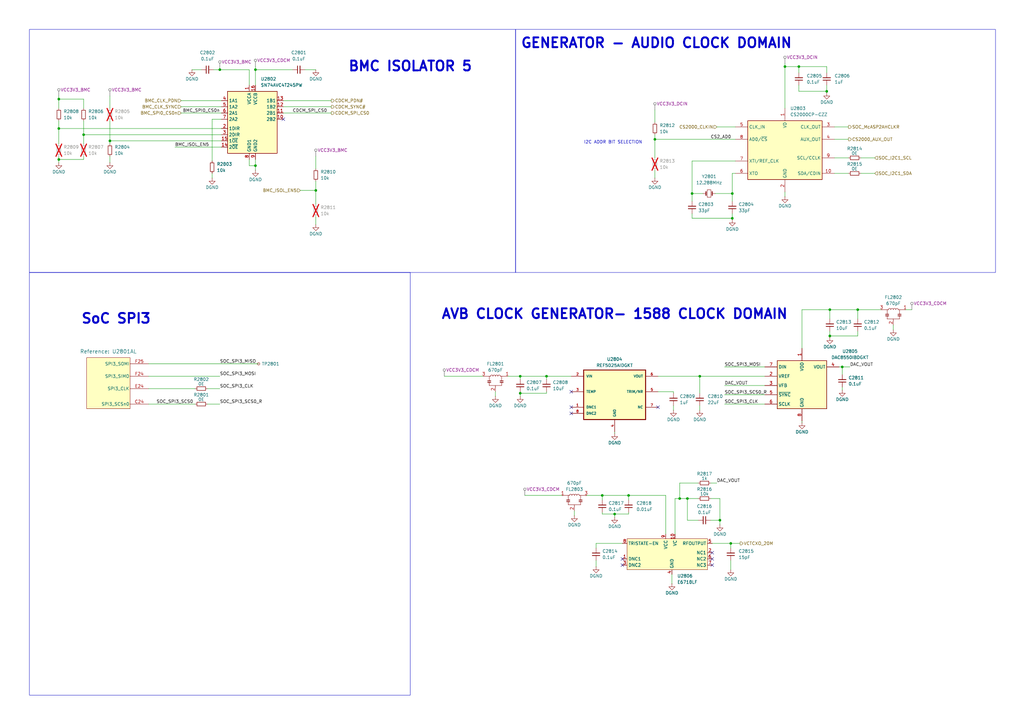
<source format=kicad_sch>
(kicad_sch (version 20250114) (generator "eeschema") (generator_version "9.0")
  (paper "A3")
  (title_block (title "Barre de son (base saine)") (date "2025-05-16") (rev "1.0") (company "NDH"))
  (lib_symbols
    (symbol "Connector:TestPoint_Small" (pin_numbers (hide yes)) (pin_names (offset 0.762) (hide yes))
      (property "Reference" "TP" (at 0 3.81 0))
      (property "Value" "TestPoint_Small" (at 0 2.032 0))
      (symbol "TestPoint_Small_1_1"
        (pin passive line (at 0 0 90) (length 0) (name "1") (number "1"))
      )
    )
    (symbol "Device:C_Small" (pin_numbers (hide yes)) (pin_names (offset 0.254) (hide yes))
      (property "Reference" "C" (at 0.254 1.778 0))
      (property "Value" "C_Small" (at 0.254 -2.032 0))
      (symbol "C_Small_1_1"
        (pin passive line (at 0 2.54 270) (length 2.032) (name "~") (number "1"))
        (pin passive line (at 0 -2.54 90) (length 2.032) (name "~") (number "2"))
      )
    )
    (symbol "Device:Crystal_Small" (pin_numbers (hide yes)) (pin_names (offset 1.016) (hide yes))
      (property "Reference" "Y" (at 0 2.54 0))
      (property "Value" "Crystal_Small" (at 0 -2.54 0))
      (symbol "Crystal_Small_1_1"
        (pin passive line (at -2.54 0 0) (length 1.27) (name "1") (number "1"))
        (pin passive line (at 2.54 0 180) (length 1.27) (name "2") (number "2"))
      )
    )
    (symbol "Device:R_Small" (pin_numbers (hide yes)) (pin_names (offset 0.254) (hide yes))
      (property "Reference" "R" (at 0.762 0.508 0))
      (property "Value" "R_Small" (at 0.762 -1.016 0))
      (symbol "R_Small_1_1"
        (pin passive line (at 0 2.54 270) (length 0.762) (name "~") (number "1"))
        (pin passive line (at 0 -2.54 90) (length 0.762) (name "~") (number "2"))
      )
    )
    (symbol "Libglobal:66AK2G12ABY100" (pin_names (offset 0.254))
      (property "Reference" "U" (at -46.228 -50.8 0) (show_name))
      (symbol "66AK2G12ABY100_1_1"
        (pin bidirectional line (at -68.58 110.49 0) (length 7.62) (name "DDR3_DQS0_P") (number "AD1"))
        (pin bidirectional line (at -68.58 107.95 0) (length 7.62) (name "DDR3_DQS0_N") (number "AE2"))
        (pin bidirectional line (at -68.58 102.87 0) (length 7.62) (name "DDR3_DQS1_P") (number "AD4"))
        (pin bidirectional line (at -68.58 100.33 0) (length 7.62) (name "DDR3_DQS1_N") (number "AE4"))
        (pin bidirectional line (at -68.58 95.25 0) (length 7.62) (name "DDR3_DQS2_P") (number "AE6"))
        (pin bidirectional line (at -68.58 92.71 0) (length 7.62) (name "DDR3_DQS2_N") (number "AD6"))
        (pin bidirectional line (at -68.58 87.63 0) (length 7.62) (name "DDR3_DQS3_P") (number "AE9"))
        (pin bidirectional line (at -68.58 85.09 0) (length 7.62) (name "DDR3_DQS3_N") (number "AD9"))
        (pin bidirectional line (at -68.58 80.01 0) (length 7.62) (name "DDR3_CBDQS_P") (number "AE12"))
        (pin bidirectional line (at -68.58 77.47 0) (length 7.62) (name "DDR3_CBDQS_N") (number "AD12"))
        (pin tri_state line (at -68.58 72.39 0) (length 7.62) (name "DDR3_DQM0") (number "AB4"))
        (pin tri_state line (at -68.58 69.85 0) (length 7.62) (name "DDR3_DQM1") (number "AA5"))
        (pin tri_state line (at -68.58 67.31 0) (length 7.62) (name "DDR3_DQM2") (number "AC8"))
        (pin tri_state line (at -68.58 64.77 0) (length 7.62) (name "DDR3_DQM3") (number "AA9"))
        (pin bidirectional line (at -68.58 58.42 0) (length 7.62) (name "DDR3_CBDQM") (number "Y11"))
        (pin tri_state line (at -68.58 50.8 0) (length 7.62) (name "DDR3_ODT0") (number "AA13"))
        (pin bidirectional line (at -68.58 48.26 0) (length 7.62) (name "DDR3_ODT1") (number "Y12"))
        (pin bidirectional line (at -68.58 41.91 0) (length 7.62) (name "DDR3_CB00") (number "AA11"))
        (pin bidirectional line (at -68.58 39.37 0) (length 7.62) (name "DDR3_CB01") (number "AB11"))
        (pin bidirectional line (at -68.58 36.83 0) (length 7.62) (name "DDR3_CB02") (number "AC11"))
        (pin bidirectional line (at -68.58 34.29 0) (length 7.62) (name "DDR3_CB03") (number "AC12"))
        (pin tri_state line (at -68.58 27.94 0) (length 7.62) (name "DDR3_CKE0") (number "AB18"))
        (pin bidirectional line (at -68.58 25.4 0) (length 7.62) (name "DDR3_CKE1") (number "AC18"))
        (pin tri_state line (at -68.58 19.05 0) (length 7.62) (name "DDR3_CEn0") (number "AD13"))
        (pin bidirectional line (at -68.58 16.51 0) (length 7.62) (name "DDR3_CEn1") (number "AB12"))
        (pin tri_state line (at -68.58 10.16 0) (length 7.62) (name "DDR_CLK_N") (number "AD24"))
        (pin tri_state line (at -68.58 7.62 0) (length 7.62) (name "DDR_CLK_P") (number "AE24"))
        (pin tri_state line (at -68.58 1.27 0) (length 7.62) (name "DDR3_CLKOUT_P0") (number "AE15"))
        (pin tri_state line (at -68.58 -1.27 0) (length 7.62) (name "DDR3_CLKOUT_N0") (number "AD15"))
        (pin tri_state line (at -68.58 -7.62 0) (length 7.62) (name "DDR3_CLKOUT_P1") (number "AE16"))
        (pin tri_state line (at -68.58 -10.16 0) (length 7.62) (name "DDR3_CLKOUT_N1") (number "AD16"))
        (pin unspecified line (at -68.58 -16.51 0) (length 7.62) (name "DDR3_RZQ0") (number "W12"))
        (pin unspecified line (at -68.58 -19.05 0) (length 7.62) (name "DDR3_RZQ1") (number "V9"))
        (pin tri_state line (at -68.58 -25.4 0) (length 7.62) (name "DDR3_CASn") (number "AC13"))
        (pin tri_state line (at -68.58 -27.94 0) (length 7.62) (name "DDR3_RASn") (number "AE13"))
        (pin tri_state line (at -68.58 -34.29 0) (length 7.62) (name "DDR3_WEn") (number "Y13"))
        (pin tri_state line (at -68.58 -40.64 0) (length 7.62) (name "DDR3_RESETn") (number "Y18"))
        (pin tri_state line (at 2.54 110.49 180) (length 7.62) (name "DDR3_A00") (number "AC15"))
        (pin tri_state line (at 2.54 107.95 180) (length 7.62) (name "DDR3_A01") (number "Y15"))
        (pin tri_state line (at 2.54 105.41 180) (length 7.62) (name "DDR3_A02") (number "AC16"))
        (pin tri_state line (at 2.54 102.87 180) (length 7.62) (name "DDR3_A03") (number "AA15"))
        (pin tri_state line (at 2.54 100.33 180) (length 7.62) (name "DDR3_A04") (number "AB16"))
        (pin tri_state line (at 2.54 97.79 180) (length 7.62) (name "DDR3_A05") (number "AE17"))
        (pin tri_state line (at 2.54 95.25 180) (length 7.62) (name "DDR3_A06") (number "AC14"))
        (pin tri_state line (at 2.54 92.71 180) (length 7.62) (name "DDR3_A07") (number "AB15"))
        (pin tri_state line (at 2.54 90.17 180) (length 7.62) (name "DDR3_A08") (number "AC17"))
        (pin tri_state line (at 2.54 87.63 180) (length 7.62) (name "DDR3_A09") (number "AB17"))
        (pin tri_state line (at 2.54 85.09 180) (length 7.62) (name "DDR3_A10") (number "AB14"))
        (pin tri_state line (at 2.54 82.55 180) (length 7.62) (name "DDR3_A11") (number "AA16"))
        (pin tri_state line (at 2.54 80.01 180) (length 7.62) (name "DDR3_A12") (number "AA17"))
        (pin tri_state line (at 2.54 77.47 180) (length 7.62) (name "DDR3_A13") (number "AA12"))
        (pin tri_state line (at 2.54 74.93 180) (length 7.62) (name "DDR3_A14") (number "Y17"))
        (pin tri_state line (at 2.54 72.39 180) (length 7.62) (name "DDR3_A15") (number "Y16"))
        (pin tri_state line (at 2.54 66.04 180) (length 7.62) (name "DDR3_BA0") (number "AA14"))
        (pin tri_state line (at 2.54 62.23 180) (length 7.62) (name "DDR3_BA1") (number "AB13"))
        (pin tri_state line (at 2.54 58.42 180) (length 7.62) (name "DDR3_BA2") (number "AD17"))
        (pin bidirectional line (at 2.54 52.07 180) (length 7.62) (name "DDR3_D00") (number "AD2"))
        (pin bidirectional line (at 2.54 49.53 180) (length 7.62) (name "DDR3_D01") (number "Y4"))
        (pin bidirectional line (at 2.54 46.99 180) (length 7.62) (name "DDR3_D02") (number "AC3"))
        (pin bidirectional line (at 2.54 44.45 180) (length 7.62) (name "DDR3_D03") (number "AC2"))
        (pin bidirectional line (at 2.54 41.91 180) (length 7.62) (name "DDR3_D04") (number "AE3"))
        (pin bidirectional line (at 2.54 39.37 180) (length 7.62) (name "DDR3_D05") (number "AA4"))
        (pin bidirectional line (at 2.54 36.83 180) (length 7.62) (name "DDR3_D06") (number "AD3"))
        (pin bidirectional line (at 2.54 34.29 180) (length 7.62) (name "DDR3_D07") (number "AB3"))
        (pin bidirectional line (at 2.54 29.21 180) (length 7.62) (name "DDR3_D08") (number "AA6"))
        (pin bidirectional line (at 2.54 26.67 180) (length 7.62) (name "DDR3_D09") (number "Y7"))
        (pin bidirectional line (at 2.54 24.13 180) (length 7.62) (name "DDR3_D10") (number "Y6"))
        (pin bidirectional line (at 2.54 21.59 180) (length 7.62) (name "DDR3_D11") (number "AC5"))
        (pin bidirectional line (at 2.54 19.05 180) (length 7.62) (name "DDR3_D12") (number "AB6"))
        (pin bidirectional line (at 2.54 16.51 180) (length 7.62) (name "DDR3_D13") (number "Y5"))
        (pin bidirectional line (at 2.54 13.97 180) (length 7.62) (name "DDR3_D14") (number "AC4"))
        (pin bidirectional line (at 2.54 11.43 180) (length 7.62) (name "DDR3_D15") (number "AB5"))
        (pin bidirectional line (at 2.54 6.35 180) (length 7.62) (name "DDR3_D16") (number "AB7"))
        (pin bidirectional line (at 2.54 3.81 180) (length 7.62) (name "DDR3_D17") (number "AB8"))
        (pin bidirectional line (at 2.54 1.27 180) (length 7.62) (name "DDR3_D18") (number "AC7"))
        (pin bidirectional line (at 2.54 -1.27 180) (length 7.62) (name "DDR3_D19") (number "AA7"))
        (pin bidirectional line (at 2.54 -3.81 180) (length 7.62) (name "DDR3_D20") (number "AA8"))
        (pin bidirectional line (at 2.54 -6.35 180) (length 7.62) (name "DDR3_D21") (number "AC6"))
        (pin bidirectional line (at 2.54 -8.89 180) (length 7.62) (name "DDR3_D22") (number "AE7"))
        (pin bidirectional line (at 2.54 -11.43 180) (length 7.62) (name "DDR3_D23") (number "AD7"))
        (pin bidirectional line (at 2.54 -16.51 180) (length 7.62) (name "DDR3_D24") (number "AA10"))
        (pin bidirectional line (at 2.54 -19.05 180) (length 7.62) (name "DDR3_D25") (number "AE10"))
        (pin bidirectional line (at 2.54 -21.59 180) (length 7.62) (name "DDR3_D26") (number "AD10"))
        (pin bidirectional line (at 2.54 -24.13 180) (length 7.62) (name "DDR3_D27") (number "AC10"))
        (pin bidirectional line (at 2.54 -26.67 180) (length 7.62) (name "DDR3_D28") (number "AC9"))
        (pin bidirectional line (at 2.54 -29.21 180) (length 7.62) (name "DDR3_D29") (number "AB10"))
        (pin bidirectional line (at 2.54 -31.75 180) (length 7.62) (name "DDR3_D30") (number "AB9"))
        (pin bidirectional line (at 2.54 -34.29 180) (length 7.62) (name "DDR3_D31") (number "Y8"))
      )
      (symbol "66AK2G12ABY100_2_1"
        (pin bidirectional line (at -6.35 44.45 180) (length 7.62) (name "DSS_DATA0") (number "V22"))
        (pin bidirectional line (at -6.35 41.91 180) (length 7.62) (name "DSS_DATA1") (number "U21"))
        (pin bidirectional line (at -6.35 39.37 180) (length 7.62) (name "DSS_DATA2") (number "W22"))
        (pin bidirectional line (at -6.35 36.83 180) (length 7.62) (name "DSS_DATA3") (number "V23"))
        (pin bidirectional line (at -6.35 34.29 180) (length 7.62) (name "DSS_DATA4") (number "U23"))
        (pin bidirectional line (at -6.35 31.75 180) (length 7.62) (name "DSS_DATA5") (number "V24"))
        (pin bidirectional line (at -6.35 29.21 180) (length 7.62) (name "DSS_DATA6") (number "T21"))
        (pin bidirectional line (at -6.35 26.67 180) (length 7.62) (name "DSS_DATA7") (number "U22"))
        (pin bidirectional line (at -6.35 24.13 180) (length 7.62) (name "DSS_DATA8") (number "T22"))
        (pin bidirectional line (at -6.35 21.59 180) (length 7.62) (name "DSS_DATA9") (number "R21"))
        (pin bidirectional line (at -6.35 19.05 180) (length 7.62) (name "DSS_DATA10") (number "U24"))
        (pin bidirectional line (at -6.35 16.51 180) (length 7.62) (name "DSS_DATA11") (number "V25"))
        (pin bidirectional line (at -6.35 13.97 180) (length 7.62) (name "DSS_DATA12") (number "T24"))
        (pin bidirectional line (at -6.35 11.43 180) (length 7.62) (name "DSS_DATA13") (number "P21"))
        (pin bidirectional line (at -6.35 8.89 180) (length 7.62) (name "DSS_DATA14") (number "U25"))
        (pin bidirectional line (at -6.35 6.35 180) (length 7.62) (name "DSS_DATA15") (number "R22"))
        (pin bidirectional line (at -6.35 3.81 180) (length 7.62) (name "DSS_DATA16") (number "P23"))
        (pin bidirectional line (at -6.35 1.27 180) (length 7.62) (name "DSS_DATA17") (number "R24"))
        (pin bidirectional line (at -6.35 -1.27 180) (length 7.62) (name "DSS_DATA18") (number "N22"))
        (pin bidirectional line (at -6.35 -3.81 180) (length 7.62) (name "DSS_DATA19") (number "T25"))
        (pin bidirectional line (at -6.35 -6.35 180) (length 7.62) (name "DSS_DATA20") (number "N24"))
        (pin bidirectional line (at -6.35 -8.89 180) (length 7.62) (name "DSS_DATA21") (number "P24"))
        (pin bidirectional line (at -6.35 -11.43 180) (length 7.62) (name "DSS_DATA22") (number "P25"))
        (pin bidirectional line (at -6.35 -13.97 180) (length 7.62) (name "DSS_DATA23") (number "N23"))
        (pin bidirectional line (at -6.35 -20.32 180) (length 7.62) (name "DSS_VSYNC") (number "R25"))
        (pin bidirectional line (at -6.35 -24.13 180) (length 7.62) (name "DSS_HSYNC") (number "P22"))
        (pin bidirectional line (at -6.35 -27.94 180) (length 7.62) (name "DSS_PCLK") (number "N25"))
        (pin bidirectional line (at -6.35 -31.75 180) (length 7.62) (name "DSS_FID") (number "L25"))
        (pin bidirectional line (at -6.35 -35.56 180) (length 7.62) (name "DSS_DE") (number "M25"))
        (pin bidirectional line (at -6.35 -41.91 180) (length 7.62) (name "PR1_MDIO_DATA") (number "E18"))
      )
      (symbol "66AK2G12ABY100_3_1"
        (pin bidirectional line (at 1.27 71.12 180) (length 7.62) (name "PR1_PRU1_GPO0/PR1_PRU1_GPI0/GPIO1_26") (number "A14"))
        (pin bidirectional line (at 1.27 66.04 180) (length 7.62) (name "PR1_PRU1_GPO1/PR1_PRU1_GPI1/GPIO1_27") (number "B14"))
        (pin bidirectional line (at 1.27 60.96 180) (length 7.62) (name "PR1_PRU1_GPO2/PR1_PRU1_GPI2/GPIO1_28") (number "C14"))
        (pin bidirectional line (at 1.27 55.88 180) (length 7.62) (name "PR1_PRU1_GPO3/PR1_PRU1_GPI3/GPIO1_29") (number "E14"))
        (pin bidirectional line (at 1.27 50.8 180) (length 7.62) (name "PR1_PRU1_GPO4/PR1_PRU1_GPI4/GPIO1_30") (number "D14"))
        (pin bidirectional line (at 1.27 45.72 180) (length 7.62) (name "PR1_PRU1_GPO5/PR1_PRU1_GPI5/GPIO1_31") (number "A15"))
        (pin bidirectional line (at 1.27 40.64 180) (length 7.62) (name "PR1_PRU1_GPO6/PR1_PRU1_GPI6/GPIO1_32") (number "F14"))
        (pin bidirectional line (at 1.27 35.56 180) (length 7.62) (name "PR1_PRU1_GPO7/PR1_PRU1_GPI7/GPIO1_33") (number "B15"))
        (pin bidirectional line (at 1.27 30.48 180) (length 7.62) (name "PR1_PRU1_GPO8/PR1_PRU1_GPI8/GPIO1_34") (number "C15"))
        (pin bidirectional line (at 1.27 25.4 180) (length 7.62) (name "PR1_PRU1_GPO15/PR1_PRU1_GPI15/GPIO1_41") (number "C18"))
        (pin bidirectional line (at 1.27 19.05 180) (length 7.62) (name "PR1_PRU1_GPO16/PR1_PRU1_GPI16/GPIO1_42") (number "D16"))
        (pin bidirectional line (at 1.27 8.89 180) (length 7.62) (name "GPMC_BEn1/GPIO0_21") (number "AB24"))
        (pin bidirectional line (at 1.27 3.81 180) (length 7.62) (name "GPMC_CLK/GPIO0_16") (number "AB23"))
        (pin bidirectional line (at 1.27 -5.08 180) (length 7.62) (name "MII_RXER/RMII_RXER/GPIO0_82") (number "F23"))
        (pin bidirectional line (at 1.27 -11.43 180) (length 7.62) (name "MII_COL/GPIO0_83") (number "B25"))
        (pin bidirectional line (at 1.27 -17.78 180) (length 7.62) (name "MII_CRS/RMII_CRS_DV/GPIO0_84") (number "G22"))
        (pin bidirectional line (at 1.27 -29.21 180) (length 7.62) (name "SPI3_SCSn1/PR0_UART0_RXD/GPIO0_87") (number "E25"))
        (pin bidirectional line (at 1.27 -36.83 180) (length 7.62) (name "SPI1_SCSn1/GPIO0_100") (number "N3"))
      )
      (symbol "66AK2G12ABY100_4_1"
        (pin bidirectional line (at -15.24 -25.4 180) (length 7.62) (name "SPI0_SOMI") (number "M1"))
        (pin bidirectional line (at -15.24 -30.48 180) (length 7.62) (name "SPI0_SIMO") (number "N4"))
        (pin bidirectional line (at -15.24 -35.56 180) (length 7.62) (name "SPI0_CLK") (number "M2"))
        (pin bidirectional line (at -15.24 -40.64 180) (length 7.62) (name "SPI0_SCSn0") (number "M3"))
        (pin bidirectional line (at -15.24 -45.72 180) (length 7.62) (name "SPI0_SCSn1") (number "M4"))
      )
      (symbol "66AK2G12ABY100_5_1"
        (pin bidirectional line (at -7.62 31.75 180) (length 7.62) (name "GPMC_AD0") (number "AC21"))
        (pin bidirectional line (at -7.62 29.21 180) (length 7.62) (name "GPMC_AD1") (number "AE20"))
        (pin bidirectional line (at -7.62 26.67 180) (length 7.62) (name "GPMC_AD2") (number "AD22"))
        (pin bidirectional line (at -7.62 24.13 180) (length 7.62) (name "GPMC_AD3") (number "AD20"))
        (pin bidirectional line (at -7.62 21.59 180) (length 7.62) (name "GPMC_AD4") (number "AE21"))
        (pin bidirectional line (at -7.62 19.05 180) (length 7.62) (name "GPMC_AD5") (number "AE22"))
        (pin bidirectional line (at -7.62 16.51 180) (length 7.62) (name "GPMC_AD6") (number "AC20"))
        (pin bidirectional line (at -7.62 13.97 180) (length 7.62) (name "GPMC_AD7") (number "AD21"))
        (pin bidirectional line (at -7.62 11.43 180) (length 7.62) (name "GPMC_AD8") (number "AE23"))
        (pin bidirectional line (at -7.62 8.89 180) (length 7.62) (name "GPMC_AD9") (number "AB20"))
        (pin bidirectional line (at -7.62 6.35 180) (length 7.62) (name "GPMC_AD10") (number "AA20"))
        (pin bidirectional line (at -7.62 3.81 180) (length 7.62) (name "GPMC_AD11") (number "AD23"))
        (pin bidirectional line (at -7.62 1.27 180) (length 7.62) (name "GPMC_AD12") (number "AA21"))
        (pin bidirectional line (at -7.62 -1.27 180) (length 7.62) (name "GPMC_AD13") (number "AB21"))
        (pin bidirectional line (at -7.62 -3.81 180) (length 7.62) (name "GPMC_AD14") (number "AB22"))
        (pin bidirectional line (at -7.62 -6.35 180) (length 7.62) (name "GPMC_AD15") (number "AA22"))
        (pin bidirectional line (at -7.62 -16.51 180) (length 7.62) (name "GPMC_ADVn_ALE") (number "AC23"))
        (pin bidirectional line (at -7.62 -19.05 180) (length 7.62) (name "GPMC_OEn_REn") (number "AC22"))
        (pin bidirectional line (at -7.62 -21.59 180) (length 7.62) (name "GPMC_WEn") (number "Y22"))
        (pin bidirectional line (at -7.62 -24.13 180) (length 7.62) (name "GPMC_BEn0_CLE") (number "AC24"))
        (pin bidirectional line (at -7.62 -26.67 180) (length 7.62) (name "GPMC_WAIT0") (number "Y24"))
        (pin bidirectional line (at -7.62 -36.83 180) (length 7.62) (name "GPMC_WPn") (number "W25"))
        (pin bidirectional line (at -7.62 -43.18 180) (length 7.62) (name "GPMC_CSn0") (number "AB25"))
      )
      (symbol "66AK2G12ABY100_6_1"
        (pin bidirectional line (at -11.43 8.89 180) (length 7.62) (name "MMC1_DAT0") (number "H3"))
        (pin bidirectional line (at -11.43 3.81 180) (length 7.62) (name "MMC1_DAT1") (number "F5"))
        (pin bidirectional line (at -11.43 -1.27 180) (length 7.62) (name "MMC1_DAT2") (number "J5"))
        (pin bidirectional line (at -11.43 -6.35 180) (length 7.62) (name "MMC1_DAT3") (number "H4"))
        (pin bidirectional line (at -11.43 -11.43 180) (length 7.62) (name "MMC1_DAT4") (number "E3"))
        (pin bidirectional line (at -11.43 -13.97 180) (length 7.62) (name "MMC1_DAT5") (number "G4"))
        (pin bidirectional line (at -11.43 -16.51 180) (length 7.62) (name "MMC1_DAT6") (number "F4"))
        (pin bidirectional line (at -11.43 -19.05 180) (length 7.62) (name "MMC1_DAT7") (number "G5"))
        (pin bidirectional line (at -11.43 -24.13 180) (length 7.62) (name "MMC1_CLK") (number "J4"))
        (pin bidirectional line (at -11.43 -29.21 180) (length 7.62) (name "MMC1_CMD") (number "J2"))
        (pin bidirectional line (at -11.43 -34.29 180) (length 7.62) (name "MMC1_POW") (number "K2"))
        (pin bidirectional line (at -11.43 -36.83 180) (length 7.62) (name "MMC1_SDCD") (number "J3"))
        (pin bidirectional line (at -11.43 -43.18 180) (length 7.62) (name "MMC1_SDWP") (number "K3"))
      )
      (symbol "66AK2G12ABY100_7_1"
        (pin bidirectional line (at -13.97 29.21 180) (length 7.62) (name "MII_TXD0") (number "G23"))
        (pin bidirectional line (at -13.97 24.13 180) (length 7.62) (name "MII_TXD1") (number "G24"))
        (pin bidirectional line (at -13.97 19.05 180) (length 7.62) (name "MII_TXD2") (number "G25"))
        (pin bidirectional line (at -13.97 13.97 180) (length 7.62) (name "MII_TXD3") (number "D25"))
        (pin bidirectional line (at -13.97 6.35 180) (length 7.62) (name "MII_TXCLK") (number "C25"))
        (pin bidirectional line (at -13.97 1.27 180) (length 7.62) (name "MII_TXEN") (number "H25"))
        (pin bidirectional line (at -13.97 -6.35 180) (length 7.62) (name "MDIO_CLK") (number "U3"))
        (pin bidirectional line (at -13.97 -10.16 180) (length 7.62) (name "MDIO_DATA") (number "V3"))
        (pin bidirectional line (at -13.97 -17.78 180) (length 7.62) (name "MII_RXCLK") (number "A22"))
        (pin bidirectional line (at -13.97 -22.86 180) (length 7.62) (name "MII_RXDV") (number "A24"))
        (pin bidirectional line (at -13.97 -30.48 180) (length 7.62) (name "MII_RXD0") (number "B24"))
        (pin bidirectional line (at -13.97 -35.56 180) (length 7.62) (name "MII_RXD1") (number "C23"))
        (pin bidirectional line (at -13.97 -40.64 180) (length 7.62) (name "MII_RXD2") (number "B23"))
        (pin bidirectional line (at -13.97 -45.72 180) (length 7.62) (name "MII_RXD3") (number "F22"))
      )
      (symbol "66AK2G12ABY100_8_1"
        (pin input line (at -10.16 -5.08 180) (length 7.62) (name "NMIn") (number "W1"))
        (pin input line (at -10.16 -10.16 180) (length 7.62) (name "PORn") (number "AA3"))
        (pin input line (at -10.16 -15.24 180) (length 7.62) (name "LRESETNMIENn") (number "V1"))
        (pin input line (at -10.16 -20.32 180) (length 7.62) (name "LRESETn") (number "V2"))
        (pin input line (at -10.16 -25.4 180) (length 7.62) (name "RESETn") (number "W3"))
        (pin input line (at -10.16 -30.48 180) (length 7.62) (name "RESETFULLn") (number "W2"))
        (pin output line (at -10.16 -38.1 180) (length 7.62) (name "RESETSTATn") (number "Y2"))
        (pin tri_state line (at -10.16 -45.72 180) (length 7.62) (name "BOOTCOMPLETE") (number "Y3"))
      )
      (symbol "66AK2G12ABY100_9_1"
        (pin input line (at -69.85 8.89 0) (length 7.62) (name "AUDOSC_IN") (number "C17"))
        (pin output line (at -69.85 3.81 0) (length 7.62) (name "AUDOSC_OUT") (number "A17"))
        (pin power_in line (at -69.85 -1.27 0) (length 7.62) (name "VSS_OSC_AUDIO") (number "B17"))
        (pin output line (at -69.85 -12.7 0) (length 7.62) (name "USB1_XO") (number "C20"))
        (pin output line (at -69.85 -17.78 0) (length 7.62) (name "USB0_XO") (number "D19"))
        (pin tri_state line (at -69.85 -26.67 0) (length 7.62) (name "OBSPLL_LOCK") (number "N5"))
        (pin output line (at -69.85 -30.48 0) (length 7.62) (name "OBSCLK_P") (number "K1"))
        (pin output line (at -69.85 -34.29 0) (length 7.62) (name "OBSCLK_N") (number "L1"))
        (pin output line (at -69.85 -44.45 0) (length 7.62) (name "RMII_REFCLK/PR0_eCAP0_eCAP_SYNCOUT") (number "D24"))
        (pin input line (at 6.35 8.89 180) (length 7.62) (name "SYSOSC_IN") (number "AC19"))
        (pin output line (at 6.35 3.81 180) (length 7.62) (name "SYSOSC_OUT") (number "AE19"))
        (pin power_in line (at 6.35 -1.27 180) (length 7.62) (name "VSS_OSC_SYS") (number "AD19"))
        (pin input line (at 6.35 -10.16 180) (length 7.62) (name "SYSCLK_P") (number "AD25"))
        (pin input line (at 6.35 -15.24 180) (length 7.62) (name "SYSCLK_N") (number "AC25"))
        (pin input line (at 6.35 -24.13 180) (length 7.62) (name "SYSCLKSEL") (number "R1"))
        (pin tri_state line (at 6.35 -30.48 180) (length 7.62) (name "SYSCLKOUT") (number "M21"))
        (pin input line (at 6.35 -39.37 180) (length 7.62) (name "CPTS_REFCLK_P") (number "K21"))
        (pin input line (at 6.35 -44.45 180) (length 7.62) (name "CPTS_REFCLK_N") (number "L21"))
      )
      (symbol "66AK2G12ABY100_10_1"
        (pin input line (at -17.78 -17.78 180) (length 7.62) (name "TDI") (number "L5"))
        (pin tri_state line (at -17.78 -21.59 180) (length 7.62) (name "TDO") (number "K5"))
        (pin input line (at -17.78 -25.4 180) (length 7.62) (name "TCK") (number "L3"))
        (pin input line (at -17.78 -29.21 180) (length 7.62) (name "TMS") (number "K4"))
        (pin input line (at -17.78 -33.02 180) (length 7.62) (name "TRSTn") (number "L4"))
        (pin bidirectional line (at -17.78 -39.37 180) (length 7.62) (name "EMU00") (number "M22"))
        (pin bidirectional line (at -17.78 -45.72 180) (length 7.62) (name "EMU01") (number "L22"))
      )
      (symbol "66AK2G12ABY100_11_1"
        (pin bidirectional line (at -10.16 5.08 180) (length 7.62) (name "MLBP_DAT_P") (number "K23"))
        (pin bidirectional line (at -10.16 0 180) (length 7.62) (name "MLBP_DAT_N") (number "K22"))
        (pin bidirectional line (at -10.16 -6.35 180) (length 7.62) (name "MLBP_SIG_P") (number "L24"))
        (pin bidirectional line (at -10.16 -11.43 180) (length 7.62) (name "MLBP_SIG_N") (number "M24"))
        (pin input line (at -10.16 -19.05 180) (length 7.62) (name "MLBP_CLK_P") (number "M23"))
        (pin input line (at -10.16 -24.13 180) (length 7.62) (name "MLBP_CLK_N") (number "L23"))
        (pin bidirectional line (at -10.16 -34.29 180) (length 7.62) (name "GPMC_WAIT1") (number "AA24"))
        (pin bidirectional line (at -10.16 -39.37 180) (length 7.62) (name "GPMC_DIR") (number "AA25"))
        (pin bidirectional line (at -10.16 -44.45 180) (length 7.62) (name "GPMC_CSn1") (number "W24"))
      )
      (symbol "66AK2G12ABY100_12_1"
        (pin bidirectional line (at -13.97 -13.97 180) (length 7.62) (name "USB1_DP") (number "B20"))
        (pin bidirectional line (at -13.97 -17.78 180) (length 7.62) (name "USB1_DM") (number "A20"))
        (pin unspecified line (at -13.97 -25.4 180) (length 7.62) (name "USB1_ID") (number "E20"))
        (pin unspecified line (at -13.97 -30.48 180) (length 7.62) (name "USB1_VBUS") (number "A21"))
        (pin tri_state line (at -13.97 -38.1 180) (length 7.62) (name "USB1_DRVVBUS") (number "B21"))
        (pin unspecified line (at -13.97 -45.72 180) (length 7.62) (name "USB1_TXRTUNE_RKELVIN") (number "D20"))
      )
      (symbol "66AK2G12ABY100_13_1"
        (pin bidirectional line (at -16.51 -38.1 180) (length 7.62) (name "I2C0_SCL") (number "U5"))
        (pin bidirectional line (at -16.51 -45.72 180) (length 7.62) (name "I2C0_SDA") (number "W5"))
      )
      (symbol "66AK2G12ABY100_14_1"
        (pin bidirectional line (at -7.62 -7.62 180) (length 7.62) (name "QSPI_D0") (number "J23"))
        (pin bidirectional line (at -7.62 -11.43 180) (length 7.62) (name "QSPI_D1") (number "J22"))
        (pin bidirectional line (at -7.62 -15.24 180) (length 7.62) (name "QSPI_D2") (number "J21"))
        (pin bidirectional line (at -7.62 -19.05 180) (length 7.62) (name "QSPI_D3") (number "J24"))
        (pin bidirectional line (at -7.62 -25.4 180) (length 7.62) (name "QSPI_CSn0") (number "J25"))
        (pin bidirectional line (at -7.62 -31.75 180) (length 7.62) (name "QSPI_CLK") (number "K25"))
        (pin bidirectional line (at -7.62 -38.1 180) (length 7.62) (name "QSPI_RCLK") (number "K24"))
        (pin bidirectional line (at -7.62 -45.72 180) (length 7.62) (name "QSPI_CSn1") (number "H23"))
      )
      (symbol "66AK2G12ABY100_15_1"
        (pin tri_state line (at -15.24 -34.29 180) (length 7.62) (name "UART0_TXD") (number "T1"))
        (pin input line (at -15.24 -38.1 180) (length 7.62) (name "UART0_RXD") (number "T4"))
        (pin bidirectional line (at -15.24 -41.91 180) (length 7.62) (name "UART0_CTSn") (number "T2"))
        (pin bidirectional line (at -15.24 -45.72 180) (length 7.62) (name "UART0_RTSn") (number "U1"))
      )
      (symbol "66AK2G12ABY100_16_1"
        (pin output line (at -13.97 -6.35 180) (length 7.62) (name "PCIE_TXP0") (number "G1"))
        (pin output line (at -13.97 -11.43 180) (length 7.62) (name "PCIE_TXN0") (number "H1"))
        (pin input line (at -13.97 -19.05 180) (length 7.62) (name "PCIE_RXP0") (number "E1"))
        (pin input line (at -13.97 -24.13 180) (length 7.62) (name "PCIE_RXN0") (number "D1"))
        (pin input line (at -13.97 -31.75 180) (length 7.62) (name "PCIE_CLK_P") (number "G2"))
        (pin input line (at -13.97 -35.56 180) (length 7.62) (name "PCIE_CLK_N") (number "F2"))
        (pin unspecified line (at -13.97 -43.18 180) (length 7.62) (name "PCIE_REFRES") (number "H7"))
      )
      (symbol "66AK2G12ABY100_17_1"
        (pin bidirectional line (at -8.89 -30.48 180) (length 7.62) (name "DCAN0_TX") (number "P5"))
        (pin bidirectional line (at -8.89 -35.56 180) (length 7.62) (name "DCAN0_RX") (number "R5"))
        (pin bidirectional line (at -8.89 -43.18 180) (length 7.62) (name "QSPI_CSn2") (number "H22"))
        (pin bidirectional line (at -8.89 -46.99 180) (length 7.62) (name "QSPI_CSn3") (number "H21"))
      )
      (symbol "66AK2G12ABY100_18_1"
        (pin bidirectional line (at -6.35 3.81 180) (length 7.62) (name "eHRPWM3_A") (number "A23"))
        (pin bidirectional line (at -6.35 0 180) (length 7.62) (name "eHRPWM3_B") (number "B22"))
        (pin bidirectional line (at -6.35 -3.81 180) (length 7.62) (name "MII_TXER") (number "H24"))
        (pin bidirectional line (at -6.35 -7.62 180) (length 7.62) (name "eHRPWM3_SYNCO") (number "D23"))
        (pin bidirectional line (at -6.35 -11.43 180) (length 7.62) (name "eHRPWM3_SYNCI") (number "C22"))
        (pin bidirectional line (at -6.35 -17.78 180) (length 7.62) (name "PR1_PRU0_GPO18") (number "D12"))
        (pin bidirectional line (at -6.35 -21.59 180) (length 7.62) (name "PR1_PRU0_GPO19") (number "D13"))
        (pin bidirectional line (at -6.35 -25.4 180) (length 7.62) (name "PR1_PRU0_GPO17") (number "E13"))
        (pin bidirectional line (at -6.35 -31.75 180) (length 7.62) (name "PR1_PRU1_GPO18") (number "E17"))
        (pin bidirectional line (at -6.35 -35.56 180) (length 7.62) (name "PR1_PRU1_GPO19") (number "E16"))
        (pin bidirectional line (at -6.35 -39.37 180) (length 7.62) (name "PR1_PRU1_GPO17") (number "F16"))
        (pin bidirectional line (at -6.35 -45.72 180) (length 7.62) (name "PR1_MDIO_MDCLK") (number "D18"))
      )
      (symbol "66AK2G12ABY100_19_1"
        (pin unspecified line (at -8.89 -3.81 180) (length 7.62) (name "RSV1") (number "AA19"))
        (pin input line (at -8.89 -7.62 180) (length 7.62) (name "RSV2") (number "AB19"))
        (pin unspecified line (at -8.89 -11.43 180) (length 7.62) (name "RSV3") (number "Y20"))
        (pin unspecified line (at -8.89 -15.24 180) (length 7.62) (name "RSV4") (number "W19"))
        (pin unspecified line (at -8.89 -19.05 180) (length 7.62) (name "RSV5") (number "D2"))
        (pin input line (at -8.89 -22.86 180) (length 7.62) (name "RSV6") (number "L2"))
        (pin unspecified line (at -8.89 -26.67 180) (length 7.62) (name "RSV7") (number "G3"))
        (pin unspecified line (at -8.89 -30.48 180) (length 7.62) (name "RSV8") (number "F18"))
        (pin unspecified line (at -8.89 -34.29 180) (length 7.62) (name "RSV9") (number "H2"))
        (pin tri_state line (at -8.89 -38.1 180) (length 7.62) (name "RSV10") (number "AA18"))
        (pin tri_state line (at -8.89 -41.91 180) (length 7.62) (name "RSV11") (number "Y19"))
        (pin unspecified line (at -8.89 -45.72 180) (length 7.62) (name "RSV12") (number "Y14"))
      )
      (symbol "66AK2G12ABY100_20_1"
        (pin power_in line (at -57.15 46.99 0) (length 7.62) (name "CVDD") (number "N14"))
        (pin power_in line (at -57.15 43.18 0) (length 7.62) (name "CVDD") (number "N12"))
        (pin power_in line (at -57.15 39.37 0) (length 7.62) (name "CVDD") (number "N10"))
        (pin power_in line (at -57.15 35.56 0) (length 7.62) (name "CVDD") (number "M17"))
        (pin power_in line (at -57.15 31.75 0) (length 7.62) (name "CVDD") (number "M15"))
        (pin power_in line (at -57.15 27.94 0) (length 7.62) (name "CVDD") (number "M13"))
        (pin power_in line (at -57.15 24.13 0) (length 7.62) (name "CVDD") (number "M11"))
        (pin power_in line (at -57.15 20.32 0) (length 7.62) (name "CVDD") (number "M9"))
        (pin power_in line (at -57.15 16.51 0) (length 7.62) (name "CVDD") (number "L18"))
        (pin power_in line (at -57.15 12.7 0) (length 7.62) (name "CVDD") (number "L16"))
        (pin power_in line (at -57.15 8.89 0) (length 7.62) (name "CVDD") (number "L14"))
        (pin power_in line (at -57.15 5.08 0) (length 7.62) (name "CVDD") (number "L12"))
        (pin power_in line (at -57.15 1.27 0) (length 7.62) (name "CVDD") (number "L10"))
        (pin power_in line (at -57.15 -2.54 0) (length 7.62) (name "CVDD") (number "K17"))
        (pin power_in line (at -57.15 -6.35 0) (length 7.62) (name "CVDD") (number "K15"))
        (pin power_in line (at -57.15 -10.16 0) (length 7.62) (name "CVDD") (number "K13"))
        (pin power_in line (at -57.15 -13.97 0) (length 7.62) (name "CVDD") (number "K11"))
        (pin power_in line (at -57.15 -17.78 0) (length 7.62) (name "CVDD") (number "K9"))
        (pin power_in line (at -57.15 -21.59 0) (length 7.62) (name "CVDD") (number "J16"))
        (pin power_in line (at -57.15 -29.21 0) (length 7.62) (name "CVDD1") (number "T13"))
        (pin power_in line (at -57.15 -33.02 0) (length 7.62) (name "CVDD1") (number "N18"))
        (pin power_in line (at -57.15 -36.83 0) (length 7.62) (name "CVDD1") (number "N8"))
        (pin power_in line (at -57.15 -40.64 0) (length 7.62) (name "CVDD1") (number "J12"))
        (pin power_in line (at -57.15 -44.45 0) (length 7.62) (name "CVDD1") (number "M5"))
        (pin power_in line (at -6.35 46.99 180) (length 7.62) (name "CVDD") (number "N16"))
        (pin power_in line (at -6.35 43.18 180) (length 7.62) (name "CVDD") (number "P9"))
        (pin power_in line (at -6.35 39.37 180) (length 7.62) (name "CVDD") (number "P11"))
        (pin power_in line (at -6.35 35.56 180) (length 7.62) (name "CVDD") (number "P13"))
        (pin power_in line (at -6.35 31.75 180) (length 7.62) (name "CVDD") (number "P15"))
        (pin power_in line (at -6.35 27.94 180) (length 7.62) (name "CVDD") (number "P17"))
        (pin power_in line (at -6.35 24.13 180) (length 7.62) (name "CVDD") (number "R8"))
        (pin power_in line (at -6.35 20.32 180) (length 7.62) (name "CVDD") (number "R10"))
        (pin power_in line (at -6.35 16.51 180) (length 7.62) (name "CVDD") (number "R12"))
        (pin power_in line (at -6.35 12.7 180) (length 7.62) (name "CVDD") (number "R14"))
        (pin power_in line (at -6.35 8.89 180) (length 7.62) (name "CVDD") (number "R16"))
        (pin power_in line (at -6.35 5.08 180) (length 7.62) (name "CVDD") (number "R18"))
        (pin power_in line (at -6.35 1.27 180) (length 7.62) (name "CVDD") (number "T9"))
        (pin power_in line (at -6.35 -2.54 180) (length 7.62) (name "CVDD") (number "T11"))
        (pin power_in line (at -6.35 -6.35 180) (length 7.62) (name "CVDD") (number "T15"))
        (pin power_in line (at -6.35 -10.16 180) (length 7.62) (name "CVDD") (number "T17"))
        (pin power_in line (at -6.35 -13.97 180) (length 7.62) (name "CVDD") (number "U16"))
        (pin power_in line (at -6.35 -17.78 180) (length 7.62) (name "CVDD") (number "J10"))
        (pin power_in line (at -6.35 -21.59 180) (length 7.62) (name "CVDD") (number "J14"))
      )
      (symbol "66AK2G12ABY100_21_1"
        (pin power_in line (at -2.54 50.8 180) (length 7.62) (name "DVDD33") (number "H9"))
        (pin power_in line (at -2.54 46.99 180) (length 7.62) (name "DVDD33") (number "AA23"))
        (pin power_in line (at -2.54 43.18 180) (length 7.62) (name "DVDD33") (number "E23"))
        (pin power_in line (at -2.54 39.37 180) (length 7.62) (name "DVDD33") (number "F21"))
        (pin power_in line (at -2.54 35.56 180) (length 7.62) (name "DVDD33") (number "G20"))
        (pin power_in line (at -2.54 31.75 180) (length 7.62) (name "DVDD33") (number "J20"))
        (pin power_in line (at -2.54 27.94 180) (length 7.62) (name "DVDD33") (number "P19"))
        (pin power_in line (at -2.54 24.13 180) (length 7.62) (name "DVDD33") (number "R20"))
        (pin power_in line (at -2.54 20.32 180) (length 7.62) (name "DVDD33") (number "T19"))
        (pin power_in line (at -2.54 16.51 180) (length 7.62) (name "DVDD33") (number "U20"))
        (pin power_in line (at -2.54 12.7 180) (length 7.62) (name "DVDD33") (number "V21"))
        (pin power_in line (at -2.54 8.89 180) (length 7.62) (name "DVDD33") (number "F7"))
        (pin power_in line (at -2.54 5.08 180) (length 7.62) (name "DVDD33") (number "F11"))
        (pin power_in line (at -2.54 1.27 180) (length 7.62) (name "DVDD33") (number "F15"))
        (pin power_in line (at -2.54 -2.54 180) (length 7.62) (name "DVDD33") (number "G12"))
        (pin power_in line (at -2.54 -6.35 180) (length 7.62) (name "DVDD33") (number "G16"))
        (pin power_in line (at -2.54 -10.16 180) (length 7.62) (name "DVDD33") (number "H11"))
        (pin power_in line (at -2.54 -13.97 180) (length 7.62) (name "DVDD33") (number "H13"))
        (pin power_in line (at -2.54 -17.78 180) (length 7.62) (name "DVDD33") (number "H15"))
        (pin power_in line (at -2.54 -21.59 180) (length 7.62) (name "DVDD33") (number "P7"))
        (pin power_in line (at -2.54 -25.4 180) (length 7.62) (name "DVDD33") (number "R6"))
        (pin power_in line (at -2.54 -29.21 180) (length 7.62) (name "DVDD33") (number "T23"))
        (pin power_in line (at -2.54 -33.02 180) (length 7.62) (name "DVDD33") (number "T7"))
        (pin power_in line (at -2.54 -40.64 180) (length 7.62) (name "DVDD33_USB") (number "H17"))
        (pin power_in line (at -2.54 -43.18 180) (length 7.62) (name "DVDD33_USB") (number "G18"))
      )
      (symbol "66AK2G12ABY100_22_1"
        (pin power_in line (at -67.31 15.24 0) (length 7.62) (name "DVDD18") (number "F17"))
        (pin power_in line (at -67.31 12.7 0) (length 7.62) (name "DVDD18") (number "L20"))
        (pin power_in line (at -67.31 10.16 0) (length 7.62) (name "DVDD18") (number "K19"))
        (pin power_in line (at -67.31 7.62 0) (length 7.62) (name "DVDD18") (number "M7"))
        (pin power_in line (at -67.31 5.08 0) (length 7.62) (name "DVDD18") (number "L6"))
        (pin power_in line (at -67.31 2.54 0) (length 7.62) (name "DVDD18") (number "W6"))
        (pin power_in line (at -67.31 0 0) (length 7.62) (name "DVDD18") (number "U6"))
        (pin power_in line (at -67.31 -2.54 0) (length 7.62) (name "DVDD18") (number "U18"))
        (pin power_in line (at -67.31 -5.08 0) (length 7.62) (name "DVDD18") (number "V19"))
        (pin power_in line (at -67.31 -7.62 0) (length 7.62) (name "DVDD18") (number "J6"))
        (pin power_in line (at -67.31 -10.16 0) (length 7.62) (name "DVDD18") (number "H5"))
        (pin power_in line (at -67.31 -13.97 0) (length 7.62) (name "DVDD18") (number "G6"))
        (pin power_in line (at -67.31 -16.51 0) (length 7.62) (name "DVDD18") (number "F19"))
        (pin power_in line (at 1.27 15.24 180) (length 7.62) (name "DVDD_DDR") (number "AD5"))
        (pin power_in line (at 1.27 12.7 180) (length 7.62) (name "DVDD_DDR") (number "AD11"))
        (pin power_in line (at 1.27 10.16 180) (length 7.62) (name "DVDD_DDR") (number "AD18"))
        (pin power_in line (at 1.27 7.62 180) (length 7.62) (name "DVDD_DDR") (number "U8"))
        (pin power_in line (at 1.27 5.08 180) (length 7.62) (name "DVDD_DDR") (number "U10"))
        (pin power_in line (at 1.27 2.54 180) (length 7.62) (name "DVDD_DDR") (number "U12"))
        (pin power_in line (at 1.27 0 180) (length 7.62) (name "DVDD_DDR") (number "U14"))
        (pin power_in line (at 1.27 -2.54 180) (length 7.62) (name "DVDD_DDR") (number "V7"))
        (pin power_in line (at 1.27 -5.08 180) (length 7.62) (name "DVDD_DDR") (number "V11"))
        (pin power_in line (at 1.27 -7.62 180) (length 7.62) (name "DVDD_DDR") (number "V13"))
        (pin power_in line (at 1.27 -10.16 180) (length 7.62) (name "DVDD_DDR") (number "V15"))
        (pin power_in line (at 1.27 -12.7 180) (length 7.62) (name "DVDD_DDR") (number "V17"))
        (pin power_in line (at 1.27 -15.24 180) (length 7.62) (name "DVDD_DDR") (number "W16"))
        (pin power_in line (at 1.27 -17.78 180) (length 7.62) (name "DVDD_DDR") (number "W18"))
        (pin power_in line (at 1.27 -20.32 180) (length 7.62) (name "DVDD_DDR") (number "AE8"))
        (pin power_in line (at 1.27 -22.86 180) (length 7.62) (name "DVDD_DDR") (number "AE14"))
        (pin unspecified line (at 1.27 -33.02 180) (length 7.62) (name "DDR3_VREFSSTL") (number "Y9"))
      )
      (symbol "66AK2G12ABY100_23_1"
        (pin power_in line (at -8.89 21.59 180) (length 7.62) (name "DVDD_DDRDLL") (number "W8"))
        (pin power_in line (at -8.89 19.05 180) (length 7.62) (name "DVDD_DDRDLL") (number "W10"))
        (pin power_in line (at -8.89 16.51 180) (length 7.62) (name "DVDD_DDRDLL") (number "W14"))
        (pin power_in line (at -8.89 10.16 180) (length 7.62) (name "AVDDA_DDRPLL") (number "W20"))
        (pin power_in line (at -8.89 6.35 180) (length 7.62) (name "AVDDA_DSSPLL") (number "N20"))
        (pin power_in line (at -8.89 2.54 180) (length 7.62) (name "AVDDA_MAINPLL") (number "M19"))
        (pin power_in line (at -8.89 -1.27 180) (length 7.62) (name "AVDDA_NSSPLL") (number "G14"))
        (pin power_in line (at -8.89 -5.08 180) (length 7.62) (name "AVDDA_UARTPLL") (number "G10"))
        (pin power_in line (at -8.89 -8.89 180) (length 7.62) (name "AVDDA_ICSSPLL") (number "G8"))
        (pin power_in line (at -8.89 -12.7 180) (length 7.62) (name "AVDDA_ARMPLL") (number "N6"))
        (pin power_in line (at -8.89 -20.32 180) (length 7.62) (name "VDDAHV") (number "K7"))
        (pin unspecified line (at -8.89 -26.67 180) (length 7.62) (name "LDO_PCIE_CAP") (number "J8"))
        (pin unspecified line (at -8.89 -29.21 180) (length 7.62) (name "LDO_PCIE_CAP") (number "L8"))
        (pin unspecified line (at -8.89 -35.56 180) (length 7.62) (name "LDO_USB_CAP") (number "J18"))
        (pin unspecified line (at -8.89 -38.1 180) (length 7.62) (name "LDO_USB_CAP") (number "H19"))
        (pin power_in line (at -8.89 -44.45 180) (length 7.62) (name "VPP1") (number "Y21"))
        (pin power_in line (at -8.89 -46.99 180) (length 7.62) (name "VPP2") (number "W21"))
      )
      (symbol "66AK2G12ABY100_24_1"
        (pin power_in line (at -20.32 73.66 0) (length 7.62) (name "VSS") (number "A1"))
        (pin power_in line (at -20.32 71.12 0) (length 7.62) (name "VSS") (number "A25"))
        (pin power_in line (at -20.32 68.58 0) (length 7.62) (name "VSS") (number "C1"))
        (pin power_in line (at -20.32 66.04 0) (length 7.62) (name "VSS") (number "E2"))
        (pin power_in line (at -20.32 63.5 0) (length 7.62) (name "VSS") (number "E22"))
        (pin power_in line (at -20.32 60.96 0) (length 7.62) (name "VSS") (number "F1"))
        (pin power_in line (at -20.32 58.42 0) (length 7.62) (name "VSS") (number "F3"))
        (pin power_in line (at -20.32 55.88 0) (length 7.62) (name "VSS") (number "F6"))
        (pin power_in line (at -20.32 53.34 0) (length 7.62) (name "VSS") (number "F8"))
        (pin power_in line (at -20.32 50.8 0) (length 7.62) (name "VSS") (number "F20"))
        (pin power_in line (at -20.32 48.26 0) (length 7.62) (name "VSS") (number "G7"))
        (pin power_in line (at -20.32 45.72 0) (length 7.62) (name "VSS") (number "G9"))
        (pin power_in line (at -20.32 43.18 0) (length 7.62) (name "VSS") (number "G11"))
        (pin power_in line (at -20.32 40.64 0) (length 7.62) (name "VSS") (number "G13"))
        (pin power_in line (at -20.32 38.1 0) (length 7.62) (name "VSS") (number "G15"))
        (pin power_in line (at -20.32 35.56 0) (length 7.62) (name "VSS") (number "G17"))
        (pin power_in line (at -20.32 33.02 0) (length 7.62) (name "VSS") (number "G19"))
        (pin power_in line (at -20.32 30.48 0) (length 7.62) (name "VSS") (number "G21"))
        (pin power_in line (at -20.32 27.94 0) (length 7.62) (name "VSS") (number "H6"))
        (pin power_in line (at -20.32 25.4 0) (length 7.62) (name "VSS") (number "H8"))
        (pin power_in line (at -20.32 22.86 0) (length 7.62) (name "VSS") (number "H10"))
        (pin power_in line (at -20.32 20.32 0) (length 7.62) (name "VSS") (number "H12"))
        (pin power_in line (at -20.32 17.78 0) (length 7.62) (name "VSS") (number "H14"))
        (pin power_in line (at -20.32 15.24 0) (length 7.62) (name "VSS") (number "H16"))
        (pin power_in line (at -20.32 12.7 0) (length 7.62) (name "VSS") (number "H18"))
        (pin power_in line (at -20.32 10.16 0) (length 7.62) (name "VSS") (number "H20"))
        (pin power_in line (at -20.32 7.62 0) (length 7.62) (name "VSS") (number "J1"))
        (pin power_in line (at -20.32 5.08 0) (length 7.62) (name "VSS") (number "J7"))
        (pin power_in line (at -20.32 2.54 0) (length 7.62) (name "VSS") (number "J9"))
        (pin power_in line (at -20.32 0 0) (length 7.62) (name "VSS") (number "J11"))
        (pin power_in line (at -20.32 -2.54 0) (length 7.62) (name "VSS") (number "J13"))
        (pin power_in line (at -20.32 -5.08 0) (length 7.62) (name "VSS") (number "J15"))
        (pin power_in line (at -20.32 -7.62 0) (length 7.62) (name "VSS") (number "J17"))
        (pin power_in line (at -20.32 -10.16 0) (length 7.62) (name "VSS") (number "J19"))
        (pin power_in line (at -20.32 -12.7 0) (length 7.62) (name "VSS") (number "K6"))
        (pin power_in line (at -20.32 -15.24 0) (length 7.62) (name "VSS") (number "K8"))
        (pin power_in line (at -20.32 -17.78 0) (length 7.62) (name "VSS") (number "K10"))
        (pin power_in line (at -20.32 -20.32 0) (length 7.62) (name "VSS") (number "K12"))
        (pin power_in line (at -20.32 -22.86 0) (length 7.62) (name "VSS") (number "K14"))
        (pin power_in line (at -20.32 -25.4 0) (length 7.62) (name "VSS") (number "K16"))
        (pin power_in line (at -20.32 -27.94 0) (length 7.62) (name "VSS") (number "K18"))
        (pin power_in line (at -20.32 -30.48 0) (length 7.62) (name "VSS") (number "K20"))
        (pin power_in line (at -20.32 -33.02 0) (length 7.62) (name "VSS") (number "L7"))
        (pin power_in line (at -20.32 -35.56 0) (length 7.62) (name "VSS") (number "L9"))
        (pin power_in line (at -20.32 -38.1 0) (length 7.62) (name "VSS") (number "L11"))
        (pin power_in line (at -20.32 -40.64 0) (length 7.62) (name "VSS") (number "L13"))
        (pin power_in line (at -20.32 -43.18 0) (length 7.62) (name "VSS") (number "L15"))
        (pin power_in line (at -20.32 -45.72 0) (length 7.62) (name "VSS") (number "L17"))
        (pin power_in line (at -20.32 -48.26 0) (length 7.62) (name "VSS") (number "L19"))
        (pin power_in line (at -20.32 -50.8 0) (length 7.62) (name "VSS") (number "M6"))
        (pin power_in line (at -20.32 -53.34 0) (length 7.62) (name "VSS") (number "M8"))
        (pin power_in line (at -20.32 -55.88 0) (length 7.62) (name "VSS") (number "M10"))
        (pin power_in line (at -20.32 -58.42 0) (length 7.62) (name "VSS") (number "M12"))
        (pin power_in line (at -20.32 -60.96 0) (length 7.62) (name "VSS") (number "M14"))
        (pin power_in line (at -20.32 -63.5 0) (length 7.62) (name "VSS") (number "M16"))
        (pin power_in line (at -20.32 -66.04 0) (length 7.62) (name "VSS") (number "M18"))
        (pin power_in line (at -20.32 -68.58 0) (length 7.62) (name "VSS") (number "M20"))
        (pin power_in line (at -20.32 -71.12 0) (length 7.62) (name "VSS") (number "N7"))
        (pin power_in line (at -20.32 -73.66 0) (length 7.62) (name "VSS") (number "N9"))
        (pin power_in line (at 21.59 73.66 180) (length 7.62) (name "VSS") (number "N11"))
        (pin power_in line (at 21.59 71.12 180) (length 7.62) (name "VSS") (number "N13"))
        (pin power_in line (at 21.59 68.58 180) (length 7.62) (name "VSS") (number "N15"))
        (pin power_in line (at 21.59 66.04 180) (length 7.62) (name "VSS") (number "N17"))
        (pin power_in line (at 21.59 63.5 180) (length 7.62) (name "VSS") (number "N19"))
        (pin power_in line (at 21.59 60.96 180) (length 7.62) (name "VSS") (number "N21"))
        (pin power_in line (at 21.59 58.42 180) (length 7.62) (name "VSS") (number "P6"))
        (pin power_in line (at 21.59 55.88 180) (length 7.62) (name "VSS") (number "P8"))
        (pin power_in line (at 21.59 53.34 180) (length 7.62) (name "VSS") (number "P10"))
        (pin power_in line (at 21.59 50.8 180) (length 7.62) (name "VSS") (number "P12"))
        (pin power_in line (at 21.59 48.26 180) (length 7.62) (name "VSS") (number "P14"))
        (pin power_in line (at 21.59 45.72 180) (length 7.62) (name "VSS") (number "P16"))
        (pin power_in line (at 21.59 43.18 180) (length 7.62) (name "VSS") (number "P18"))
        (pin power_in line (at 21.59 40.64 180) (length 7.62) (name "VSS") (number "P20"))
        (pin power_in line (at 21.59 38.1 180) (length 7.62) (name "VSS") (number "R7"))
        (pin power_in line (at 21.59 35.56 180) (length 7.62) (name "VSS") (number "R9"))
        (pin power_in line (at 21.59 33.02 180) (length 7.62) (name "VSS") (number "R11"))
        (pin power_in line (at 21.59 30.48 180) (length 7.62) (name "VSS") (number "R13"))
        (pin power_in line (at 21.59 27.94 180) (length 7.62) (name "VSS") (number "R15"))
        (pin power_in line (at 21.59 25.4 180) (length 7.62) (name "VSS") (number "R17"))
        (pin power_in line (at 21.59 22.86 180) (length 7.62) (name "VSS") (number "R19"))
        (pin power_in line (at 21.59 20.32 180) (length 7.62) (name "VSS") (number "R23"))
        (pin power_in line (at 21.59 17.78 180) (length 7.62) (name "VSS") (number "T6"))
        (pin power_in line (at 21.59 15.24 180) (length 7.62) (name "VSS") (number "T8"))
        (pin power_in line (at 21.59 12.7 180) (length 7.62) (name "VSS") (number "T10"))
        (pin power_in line (at 21.59 10.16 180) (length 7.62) (name "VSS") (number "T12"))
        (pin power_in line (at 21.59 7.62 180) (length 7.62) (name "VSS") (number "T14"))
        (pin power_in line (at 21.59 5.08 180) (length 7.62) (name "VSS") (number "T16"))
        (pin power_in line (at 21.59 2.54 180) (length 7.62) (name "VSS") (number "T18"))
        (pin power_in line (at 21.59 0 180) (length 7.62) (name "VSS") (number "T20"))
        (pin power_in line (at 21.59 -2.54 180) (length 7.62) (name "VSS") (number "U7"))
        (pin power_in line (at 21.59 -5.08 180) (length 7.62) (name "VSS") (number "U9"))
        (pin power_in line (at 21.59 -7.62 180) (length 7.62) (name "VSS") (number "U11"))
        (pin power_in line (at 21.59 -10.16 180) (length 7.62) (name "VSS") (number "U13"))
        (pin power_in line (at 21.59 -12.7 180) (length 7.62) (name "VSS") (number "U15"))
        (pin power_in line (at 21.59 -15.24 180) (length 7.62) (name "VSS") (number "U17"))
        (pin power_in line (at 21.59 -17.78 180) (length 7.62) (name "VSS") (number "U19"))
        (pin power_in line (at 21.59 -20.32 180) (length 7.62) (name "VSS") (number "V8"))
        (pin power_in line (at 21.59 -22.86 180) (length 7.62) (name "VSS") (number "V10"))
        (pin power_in line (at 21.59 -25.4 180) (length 7.62) (name "VSS") (number "V12"))
        (pin power_in line (at 21.59 -27.94 180) (length 7.62) (name "VSS") (number "V14"))
        (pin power_in line (at 21.59 -30.48 180) (length 7.62) (name "VSS") (number "V16"))
        (pin power_in line (at 21.59 -33.02 180) (length 7.62) (name "VSS") (number "V18"))
        (pin power_in line (at 21.59 -35.56 180) (length 7.62) (name "VSS") (number "V20"))
        (pin power_in line (at 21.59 -38.1 180) (length 7.62) (name "VSS") (number "W7"))
        (pin power_in line (at 21.59 -40.64 180) (length 7.62) (name "VSS") (number "W9"))
        (pin power_in line (at 21.59 -43.18 180) (length 7.62) (name "VSS") (number "W11"))
        (pin power_in line (at 21.59 -45.72 180) (length 7.62) (name "VSS") (number "W13"))
        (pin power_in line (at 21.59 -48.26 180) (length 7.62) (name "VSS") (number "W15"))
        (pin power_in line (at 21.59 -50.8 180) (length 7.62) (name "VSS") (number "W17"))
        (pin power_in line (at 21.59 -53.34 180) (length 7.62) (name "VSS") (number "Y10"))
        (pin power_in line (at 21.59 -55.88 180) (length 7.62) (name "VSS") (number "Y23"))
        (pin power_in line (at 21.59 -58.42 180) (length 7.62) (name "VSS") (number "AD8"))
        (pin power_in line (at 21.59 -60.96 180) (length 7.62) (name "VSS") (number "AD14"))
        (pin power_in line (at 21.59 -63.5 180) (length 7.62) (name "VSS") (number "AE1"))
        (pin power_in line (at 21.59 -66.04 180) (length 7.62) (name "VSS") (number "AE5"))
        (pin power_in line (at 21.59 -68.58 180) (length 7.62) (name "VSS") (number "AE11"))
        (pin power_in line (at 21.59 -71.12 180) (length 7.62) (name "VSS") (number "AE18"))
        (pin power_in line (at 21.59 -73.66 180) (length 7.62) (name "VSS") (number "AE25"))
      )
      (symbol "66AK2G12ABY100_25_1"
        (pin bidirectional line (at -10.16 -29.21 180) (length 7.62) (name "RSV13") (number "Y1"))
        (pin bidirectional line (at -10.16 -31.75 180) (length 7.62) (name "RSV14") (number "AA1"))
        (pin bidirectional line (at -10.16 -34.29 180) (length 7.62) (name "RSV15") (number "AB1"))
        (pin bidirectional line (at -10.16 -36.83 180) (length 7.62) (name "RSV16") (number "AA2"))
        (pin bidirectional line (at -10.16 -39.37 180) (length 7.62) (name "RSV17") (number "AB2"))
        (pin bidirectional line (at -10.16 -41.91 180) (length 7.62) (name "RSV18") (number "AC1"))
      )
      (symbol "66AK2G12ABY100_26_1"
        (pin bidirectional line (at -11.43 -26.67 180) (length 7.62) (name "SPI1_SOMI") (number "N1"))
        (pin bidirectional line (at -11.43 -31.75 180) (length 7.62) (name "SPI1_SIMO") (number "P2"))
        (pin bidirectional line (at -11.43 -36.83 180) (length 7.62) (name "SPI1_CLK") (number "N2"))
        (pin bidirectional line (at -11.43 -41.91 180) (length 7.62) (name "SPI1_SCSn0") (number "P1"))
      )
      (symbol "66AK2G12ABY100_27_1"
        (pin bidirectional line (at -10.16 -22.86 180) (length 7.62) (name "PR1_PRU0_GPO14") (number "B13"))
        (pin bidirectional line (at -10.16 -25.4 180) (length 7.62) (name "PR1_PRU0_GPO13") (number "A13"))
        (pin bidirectional line (at -10.16 -27.94 180) (length 7.62) (name "PR1_PRU0_GPO12") (number "A11"))
        (pin bidirectional line (at -10.16 -30.48 180) (length 7.62) (name "PR1_PRU0_GPO11") (number "A12"))
        (pin bidirectional line (at -10.16 -35.56 180) (length 7.62) (name "PR1_PRU0_GPO15") (number "F13"))
        (pin bidirectional line (at -10.16 -38.1 180) (length 7.62) (name "PR1_PRU0_GPO16") (number "C13"))
        (pin bidirectional line (at -10.16 -43.18 180) (length 7.62) (name "PR1_PRU0_GPO6") (number "F12"))
      )
      (symbol "66AK2G12ABY100_28_1"
        (pin bidirectional line (at -11.43 -20.32 180) (length 7.62) (name "USB0_DP") (number "A18"))
        (pin bidirectional line (at -11.43 -24.13 180) (length 7.62) (name "USB0_DM") (number "B18"))
        (pin unspecified line (at -11.43 -30.48 180) (length 7.62) (name "USB0_ID") (number "A19"))
        (pin unspecified line (at -11.43 -35.56 180) (length 7.62) (name "USB0_VBUS") (number "B19"))
        (pin tri_state line (at -11.43 -40.64 180) (length 7.62) (name "USB0_DRVVBUS") (number "E19"))
        (pin unspecified line (at -11.43 -46.99 180) (length 7.62) (name "USB0_TXRTUNE_RKELVIN") (number "C19"))
      )
      (symbol "66AK2G12ABY100_29_1"
        (pin bidirectional line (at -16.51 -34.29 180) (length 7.62) (name "UART1_RXD") (number "T3"))
        (pin bidirectional line (at -16.51 -38.1 180) (length 7.62) (name "UART1_TXD") (number "T5"))
        (pin bidirectional line (at -16.51 -41.91 180) (length 7.62) (name "UART1_CTSn") (number "U2"))
        (pin bidirectional line (at -16.51 -45.72 180) (length 7.62) (name "UART1_RTSn") (number "U4"))
      )
      (symbol "66AK2G12ABY100_30_1"
        (pin bidirectional line (at -16.51 -33.02 180) (length 7.62) (name "UART2_RXD") (number "E21"))
        (pin bidirectional line (at -16.51 -36.83 180) (length 7.62) (name "UART2_TXD") (number "D21"))
        (pin bidirectional line (at -16.51 -40.64 180) (length 7.62) (name "UART2_CTSn") (number "D22"))
        (pin bidirectional line (at -16.51 -45.72 180) (length 7.62) (name "UART2_RTSn") (number "C21"))
      )
      (symbol "66AK2G12ABY100_31_1"
        (pin bidirectional line (at -10.16 -44.45 180) (length 7.62) (name "PR0_PRU1_GPO10") (number "C7"))
        (pin bidirectional line (at -8.89 101.6 180) (length 7.62) (name "PR0_PRU1_GPO17") (number "B9"))
        (pin bidirectional line (at -8.89 95.25 180) (length 7.62) (name "PR0_PRU1_GPO18") (number "A9"))
        (pin bidirectional line (at -8.89 88.9 180) (length 7.62) (name "PR0_PRU1_GPO19") (number "B10"))
        (pin bidirectional line (at -8.89 82.55 180) (length 7.62) (name "PR0_MDIO_DATA") (number "A10"))
        (pin bidirectional line (at -8.89 76.2 180) (length 7.62) (name "PR0_MDIO_MDCLK") (number "C10"))
        (pin bidirectional line (at -8.89 69.85 180) (length 7.62) (name "PR1_PRU0_GPO0") (number "E10"))
        (pin bidirectional line (at -8.89 63.5 180) (length 7.62) (name "PR1_PRU0_GPO1") (number "D10"))
        (pin bidirectional line (at -8.89 57.15 180) (length 7.62) (name "PR1_PRU0_GPO2") (number "F10"))
        (pin bidirectional line (at -8.89 50.8 180) (length 7.62) (name "PR1_PRU0_GPO3") (number "C11"))
        (pin bidirectional line (at -8.89 44.45 180) (length 7.62) (name "PR1_PRU0_GPO4") (number "D11"))
        (pin bidirectional line (at -8.89 38.1 180) (length 7.62) (name "PR1_PRU0_GPO5") (number "E11"))
        (pin bidirectional line (at -8.89 31.75 180) (length 7.62) (name "PR1_PRU0_GPO7") (number "E12"))
        (pin bidirectional line (at -8.89 25.4 180) (length 7.62) (name "PR1_PRU0_GPO8") (number "C12"))
        (pin bidirectional line (at -8.89 17.78 180) (length 7.62) (name "PR1_PRU0_GPO9") (number "B11"))
        (pin bidirectional line (at -8.89 10.16 180) (length 7.62) (name "PR1_PRU0_GPO10") (number "B12"))
        (pin bidirectional line (at -8.89 0 180) (length 7.62) (name "PR0_PRU1_GPO13") (number "B8"))
        (pin bidirectional line (at -8.89 -6.35 180) (length 7.62) (name "PR0_PRU1_GPO11") (number "E9"))
        (pin bidirectional line (at -8.89 -12.7 180) (length 7.62) (name "PR0_PRU1_GPO12") (number "A8"))
        (pin bidirectional line (at -8.89 -22.86 180) (length 7.62) (name "PR0_PRU1_GPO16") (number "C9"))
        (pin bidirectional line (at -8.89 -29.21 180) (length 7.62) (name "PR0_PRU1_GPO14") (number "D9"))
        (pin bidirectional line (at -8.89 -35.56 180) (length 7.62) (name "PR0_PRU1_GPO15") (number "C8"))
      )
      (symbol "66AK2G12ABY100_32_1"
        (pin bidirectional line (at -8.89 64.77 180) (length 7.62) (name "PR0_PRU1_GPO0") (number "B5"))
        (pin bidirectional line (at -8.89 58.42 180) (length 7.62) (name "PR0_PRU1_GPO1") (number "B6"))
        (pin bidirectional line (at -8.89 52.07 180) (length 7.62) (name "PR0_PRU1_GPO2") (number "D7"))
        (pin bidirectional line (at -8.89 45.72 180) (length 7.62) (name "PR0_PRU1_GPO3") (number "A6"))
        (pin bidirectional line (at -8.89 39.37 180) (length 7.62) (name "PR0_PRU1_GPO4") (number "C6"))
        (pin bidirectional line (at -8.89 33.02 180) (length 7.62) (name "PR0_PRU1_GPO5") (number "E8"))
        (pin bidirectional line (at -8.89 26.67 180) (length 7.62) (name "PR0_PRU1_GPO6") (number "A7"))
        (pin bidirectional line (at -8.89 20.32 180) (length 7.62) (name "PR0_PRU1_GPO7") (number "D8"))
        (pin bidirectional line (at -8.89 13.97 180) (length 7.62) (name "PR0_PRU1_GPO8") (number "F9"))
        (pin bidirectional line (at -8.89 7.62 180) (length 7.62) (name "PR0_PRU1_GPO9") (number "B7"))
        (pin bidirectional line (at -8.89 -2.54 180) (length 7.62) (name "PR0_PRU0_GPO18") (number "C5"))
        (pin bidirectional line (at -8.89 -8.89 180) (length 7.62) (name "PR0_PRU0_GPO16") (number "D6"))
        (pin bidirectional line (at -8.89 -15.24 180) (length 7.62) (name "PR0_PRU0_GPO17") (number "C4"))
        (pin bidirectional line (at -8.89 -24.13 180) (length 7.62) (name "PR0_PRU0_GPO15") (number "E7"))
        (pin bidirectional line (at -8.89 -30.48 180) (length 7.62) (name "PR0_PRU0_GPO13") (number "B4"))
        (pin bidirectional line (at -8.89 -36.83 180) (length 7.62) (name "PR0_PRU0_GPO14") (number "A4"))
        (pin bidirectional line (at -8.89 -45.72 180) (length 7.62) (name "PR0_PRU0_GPO19") (number "A5"))
      )
      (symbol "66AK2G12ABY100_33_1"
        (pin bidirectional line (at -10.16 41.91 180) (length 7.62) (name "PR0_PRU0_GPO0") (number "D3"))
        (pin bidirectional line (at -10.16 35.56 180) (length 7.62) (name "PR0_PRU0_GPO1") (number "A2"))
        (pin bidirectional line (at -10.16 29.21 180) (length 7.62) (name "PR0_PRU0_GPO2") (number "E4"))
        (pin bidirectional line (at -10.16 22.86 180) (length 7.62) (name "PR0_PRU0_GPO3") (number "B1"))
        (pin bidirectional line (at -10.16 16.51 180) (length 7.62) (name "PR0_PRU0_GPO4") (number "A3"))
        (pin bidirectional line (at -10.16 10.16 180) (length 7.62) (name "PR0_PRU0_GPO5") (number "E5"))
        (pin bidirectional line (at -10.16 1.27 180) (length 7.62) (name "PR0_PRU0_GPO11") (number "D5"))
        (pin bidirectional line (at -10.16 -5.08 180) (length 7.62) (name "PR0_PRU0_GPO12") (number "B3"))
        (pin bidirectional line (at -10.16 -11.43 180) (length 7.62) (name "PR0_PRU0_GPO10") (number "C3"))
        (pin bidirectional line (at -10.16 -20.32 180) (length 7.62) (name "PR0_PRU0_GPO8") (number "E6"))
        (pin bidirectional line (at -10.16 -26.67 180) (length 7.62) (name "PR0_PRU0_GPO6") (number "B2"))
        (pin bidirectional line (at -10.16 -33.02 180) (length 7.62) (name "PR0_PRU0_GPO7") (number "D4"))
        (pin bidirectional line (at -10.16 -44.45 180) (length 7.62) (name "PR0_PRU0_GPO9") (number "C2"))
      )
      (symbol "66AK2G12ABY100_34_1"
        (pin bidirectional line (at -10.16 -15.24 180) (length 7.62) (name "PR1_PRU1_GPO9") (number "D15"))
        (pin bidirectional line (at -10.16 -19.05 180) (length 7.62) (name "PR1_PRU1_GPO10") (number "A16"))
        (pin bidirectional line (at -10.16 -22.86 180) (length 7.62) (name "PR1_PRU1_GPO11") (number "E15"))
        (pin bidirectional line (at -10.16 -26.67 180) (length 7.62) (name "PR1_PRU1_GPO12") (number "B16"))
        (pin bidirectional line (at -10.16 -30.48 180) (length 7.62) (name "PR1_PRU1_GPO13") (number "C16"))
        (pin bidirectional line (at -10.16 -34.29 180) (length 7.62) (name "PR1_PRU1_GPO14") (number "D17"))
        (pin bidirectional line (at -10.16 -41.91 180) (length 7.62) (name "GPMC_CSn2") (number "W23"))
        (pin bidirectional line (at -10.16 -45.72 180) (length 7.62) (name "GPMC_CSn3") (number "Y25"))
      )
      (symbol "66AK2G12ABY100_35_1"
        (pin bidirectional line (at -16.51 -38.1 180) (length 7.62) (name "I2C1_SCL") (number "V6"))
        (pin bidirectional line (at -16.51 -45.72 180) (length 7.62) (name "I2C1_SDA") (number "W4"))
      )
      (symbol "66AK2G12ABY100_36_1"
        (pin bidirectional line (at -17.78 -38.1 180) (length 7.62) (name "I2C2_SDA") (number "V4"))
        (pin bidirectional line (at -17.78 -45.72 180) (length 7.62) (name "I2C2_SCL") (number "V5"))
      )
      (symbol "66AK2G12ABY100_37_1"
        (pin bidirectional line (at -16.51 -25.4 180) (length 7.62) (name "SPI2_SOMI") (number "R4"))
        (pin bidirectional line (at -16.51 -30.48 180) (length 7.62) (name "SPI2_SIMO") (number "R3"))
        (pin bidirectional line (at -16.51 -35.56 180) (length 7.62) (name "SPI2_CLK") (number "R2"))
        (pin bidirectional line (at -16.51 -40.64 180) (length 7.62) (name "SPI2_SCSn0") (number "P3"))
        (pin bidirectional line (at -16.51 -45.72 180) (length 7.62) (name "SPI2_SCSn1") (number "P4"))
      )
      (symbol "66AK2G12ABY100_38_1"
        (pin bidirectional line (at -16.51 -30.48 180) (length 7.62) (name "SPI3_SOMI") (number "F25"))
        (pin bidirectional line (at -16.51 -35.56 180) (length 7.62) (name "SPI3_SIMO") (number "F24"))
        (pin bidirectional line (at -16.51 -40.64 180) (length 7.62) (name "SPI3_CLK") (number "E24"))
        (pin bidirectional line (at -16.51 -46.99 180) (length 7.62) (name "SPI3_SCSn0") (number "C24"))
      )
    )
    (symbol "Libglobal:CS2000CP-CZZ"
      (property "Reference" "U" (at 1.27 17.018 0))
      (property "Value" "CS2000CP-CZZ" (at 1.27 14.478 0))
      (symbol "CS2000CP-CZZ_1_1"
        (pin input line (at 0 8.89 0) (length 5.08) (name "CLK_IN") (number "5"))
        (pin input line (at 0 3.81 0) (length 5.08) (name "AD0/~{CS}") (number "8"))
        (pin input line (at 0 -5.08 0) (length 5.08) (name "XTI/REF_CLK") (number "7"))
        (pin passive line (at 0 -10.16 0) (length 5.08) (name "XTO") (number "6"))
        (pin passive line (at 20.32 16.51 270) (length 5.08) (name "VD") (number "1"))
        (pin power_in line (at 20.32 -17.78 90) (length 5.08) (name "GND") (number "2"))
        (pin output line (at 40.64 8.89 180) (length 5.08) (name "CLK_OUT") (number "3"))
        (pin output line (at 40.64 3.81 180) (length 5.08) (name "AUX_OUT") (number "4"))
        (pin input line (at 40.64 -3.81 180) (length 5.08) (name "SCL/CCLK") (number "9"))
        (pin input line (at 40.64 -10.16 180) (length 5.08) (name "SDA/CDIN") (number "10"))
      )
    )
    (symbol "Libglobal:DAC8550IBDGKT"
      (property "Reference" "U" (at -3.556 9.398 0))
      (property "Value" "DAC8550IBDGKT" (at -3.556 6.858 0))
      (symbol "DAC8550IBDGKT_1_1"
        (pin input line (at 0 1.27 0) (length 5.08) (name "DIN") (number "7"))
        (pin power_in line (at 0 -2.54 0) (length 5.08) (name "VREF") (number "2"))
        (pin passive line (at 0 -6.35 0) (length 5.08) (name "VFB") (number "3"))
        (pin passive line (at 0 -10.16 0) (length 5.08) (name "~{SYNC}") (number "5"))
        (pin input line (at 0 -13.97 0) (length 5.08) (name "SCLK") (number "6"))
        (pin power_in line (at 15.24 8.89 270) (length 5.08) (name "VDD") (number "1"))
        (pin power_in line (at 15.24 -20.955 90) (length 5.08) (name "GND") (number "8"))
        (pin passive line (at 30.48 1.27 180) (length 5.08) (name "VOUT") (number "4"))
      )
    )
    (symbol "Libglobal:E6718LF"
      (property "Reference" "U" (at -2.54 -1.016 0))
      (property "Value" "E6718LF" (at 0.762 -2.794 0))
      (symbol "E6718LF_1_1"
        (pin passive line (at -5.08 -6.35 0) (length 1.9) (name "TRISTATE-EN") (number "8"))
        (pin passive line (at -5.08 -12.7 0) (length 1.9) (name "DNC1") (number "1"))
        (pin passive line (at -5.08 -15.24 0) (length 1.9) (name "DNC2") (number "3"))
        (pin passive line (at 12.7 -2.54 270) (length 1.9) (name "VCC") (number "9"))
        (pin passive line (at 15.24 -19.05 90) (length 1.9) (name "GND") (number "4"))
        (pin passive line (at 16.51 -2.54 270) (length 1.9) (name "VC") (number "10"))
        (pin passive line (at 31.75 -6.35 180) (length 1.9) (name "RFOUTPUT") (number "5"))
        (pin passive line (at 31.75 -10.16 180) (length 1.9) (name "NC1") (number "2"))
        (pin passive line (at 31.75 -12.7 180) (length 1.9) (name "NC2") (number "6"))
        (pin passive line (at 31.75 -15.24 180) (length 1.9) (name "NC3") (number "7"))
      )
    )
    (symbol "Libglobal:NFL21SP106X1C3D"
      (property "Reference" "FL" (at -1.016 -0.254 0))
      (property "Value" "670pF" (at -0.762 -1.778 0))
      (symbol "NFL21SP106X1C3D_1_1"
        (pin passive line (at -6.35 -3.81 0) (length 0.508) (name "~") (number "3"))
        (pin passive line (at -1.27 -10.16 90) (length 2.032) (name "~") (number "2"))
        (pin passive line (at 3.81 -3.81 180) (length 0.508) (name "~") (number "1"))
      )
    )
    (symbol "Libglobal:REF5025AIDGKT" (pin_names (offset 1.016))
      (property "Reference" "U" (at -12.7 12.954 0))
      (property "Value" "REF5025AIDGKT" (at -12.7 11.176 0))
      (symbol "REF5025AIDGKT_0_0"
        (pin input line (at -17.78 7.62 0) (length 5.08) (name "VIN") (number "2"))
        (pin input line (at -17.78 1.27 0) (length 5.08) (name "TEMP") (number "3"))
        (pin power_in line (at 0 -15.24 90) (length 5.08) (name "GND") (number "4"))
        (pin output line (at 17.78 7.62 180) (length 5.08) (name "VOUT") (number "6"))
        (pin input line (at 17.78 1.27 180) (length 5.08) (name "TRIM/NR") (number "5"))
      )
      (symbol "REF5025AIDGKT_1_0"
        (pin bidirectional line (at -17.78 -5.08 0) (length 5.08) (name "DNC1") (number "1"))
        (pin bidirectional line (at -17.78 -7.62 0) (length 5.08) (name "DNC2") (number "8"))
        (pin input line (at 17.78 -5.08 180) (length 5.08) (name "NC") (number "7"))
      )
    )
    (symbol "Libglobal:SN74AVC4T245PW"
      (property "Reference" "U" (at -8.89 13.97 0))
      (property "Value" "SN74AVC4T245PW" (at 12.7 13.97 0))
      (symbol "SN74AVC4T245PW_1_1"
        (pin bidirectional line (at -12.7 8.89 0) (length 2.54) (name "1A1") (number "4"))
        (pin bidirectional line (at -12.7 6.35 0) (length 2.54) (name "1A2") (number "5"))
        (pin bidirectional line (at -12.7 3.81 0) (length 2.54) (name "2A1") (number "6"))
        (pin bidirectional line (at -12.7 1.27 0) (length 2.54) (name "2A2") (number "7"))
        (pin input line (at -12.7 -2.54 0) (length 2.54) (name "1DIR") (number "2"))
        (pin input line (at -12.7 -5.08 0) (length 2.54) (name "2DIR") (number "3"))
        (pin input line (at -12.7 -7.62 0) (length 2.54) (name "1~{OE}") (number "15"))
        (pin input line (at -12.7 -10.16 0) (length 2.54) (name "2~{OE}") (number "14"))
        (pin power_in line (at -1.27 15.24 270) (length 2.54) (name "VCCA") (number "1"))
        (pin power_in line (at -1.27 -15.24 90) (length 2.54) (name "GND1") (number "8"))
        (pin power_in line (at 1.27 15.24 270) (length 2.54) (name "VCCB") (number "16"))
        (pin passive line (at 1.27 -15.24 90) (length 2.54) (name "GND2") (number "9"))
        (pin bidirectional line (at 12.7 8.89 180) (length 2.54) (name "1B1") (number "13"))
        (pin bidirectional line (at 12.7 6.35 180) (length 2.54) (name "1B2") (number "12"))
        (pin bidirectional line (at 12.7 3.81 180) (length 2.54) (name "2B1") (number "11"))
        (pin bidirectional line (at 12.7 1.27 180) (length 2.54) (name "2B2") (number "10"))
      )
    )
    (symbol "power:GND" (power) (pin_numbers (hide yes)) (pin_names (offset 0) (hide yes))
      (property "Value" "GND" (at 0 -3.81 0))
      (symbol "GND_1_1"
        (pin power_in line (at 0 0 270) (length 0) (name "~") (number "1"))
      )
    )
  )
  (rectangle (start 211.455 12.065) (end 408.305 111.76))
  (rectangle (start 12.065 12.065) (end 211.455 111.76))
  (rectangle (start 12.065 111.76) (end 168.275 285.115))
  (text "BMC ISOLATOR 5\n" (at 168.275 27.305 0) (effects (font (size 4 4) (thickness 0.8) (bold yes))))
  (text "SoC SPI3\n" (at 47.625 130.81 0) (effects (font (size 4 4) (thickness 0.8) (bold yes))))
  (text "I2C ADDR BIT SELECTION\n" (at 251.46 58.42 0) (effects (font (size 1.27 1.27))))
  (text "GENERATOR - AUDIO CLOCK DOMAIN\n" (at 269.24 17.78 0) (effects (font (size 4 4) (thickness 0.8) (bold yes))))
  (text "AVB CLOCK GENERATOR- 1588 CLOCK DOMAIN\n" (at 252.095 128.905 0) (effects (font (size 4 4) (thickness 0.8) (bold yes))))
  (junction (at 299.72 222.885))
  (junction (at 24.13 65.405))
  (junction (at 295.275 213.36))
  (junction (at 340.36 137.795))
  (junction (at 268.605 57.15))
  (junction (at 283.845 79.375))
  (junction (at 351.79 127))
  (junction (at 257.81 203.2))
  (junction (at 340.36 127))
  (junction (at 247.015 203.2))
  (junction (at 321.945 27.305))
  (junction (at 90.17 28.575))
  (junction (at 24.13 40.64))
  (junction (at 104.775 67.945))
  (junction (at 287.02 154.305))
  (junction (at 300.355 79.375))
  (junction (at 45.085 57.785))
  (junction (at 281.94 204.47))
  (junction (at 339.09 37.465))
  (junction (at 278.765 204.47))
  (junction (at 104.775 28.575))
  (junction (at 24.13 52.705))
  (junction (at 213.36 161.29))
  (junction (at 34.29 55.245))
  (junction (at 345.44 150.495))
  (junction (at 213.36 154.305))
  (junction (at 327.66 27.305))
  (junction (at 129.54 78.105))
  (junction (at 224.155 154.305))
  (junction (at 300.355 89.535))
  (junction (at 252.095 210.82))
  (no_connect (at 234.315 167.005))
  (no_connect (at 292.1 231.775))
  (no_connect (at 234.315 160.655))
  (no_connect (at 116.205 48.895))
  (no_connect (at 292.1 226.695))
  (no_connect (at 292.1 229.235))
  (no_connect (at 234.315 169.545))
  (no_connect (at 255.27 229.235))
  (no_connect (at 255.27 231.775))
  (no_connect (at 269.875 167.005))
  (wire (pts (xy 116.205 43.815) (xy 135.89 43.815)))
  (wire (pts (xy 252.095 210.82) (xy 252.095 212.09)))
  (wire (pts (xy 291.465 198.12) (xy 294.005 198.12)))
  (wire (pts (xy 45.085 57.785) (xy 90.805 57.785)))
  (wire (pts (xy 345.44 153.67) (xy 345.44 150.495)))
  (wire (pts (xy 295.275 204.47) (xy 295.275 213.36)))
  (wire (pts (xy 74.295 43.815) (xy 90.805 43.815)))
  (wire (pts (xy 104.775 65.405) (xy 104.775 67.945)))
  (wire (pts (xy 87.63 28.575) (xy 90.17 28.575)))
  (wire (pts (xy 129.54 74.295) (xy 129.54 78.105)))
  (wire (pts (xy 328.93 173.355) (xy 328.93 172.72)))
  (wire (pts (xy 213.36 161.29) (xy 213.36 162.56)))
  (wire (pts (xy 213.36 154.305) (xy 213.36 155.575)))
  (wire (pts (xy 301.625 71.12) (xy 300.355 71.12)))
  (wire (pts (xy 90.17 27.94) (xy 90.17 28.575)))
  (wire (pts (xy 286.385 198.12) (xy 278.765 198.12)))
  (wire (pts (xy 78.74 28.575) (xy 82.55 28.575)))
  (wire (pts (xy 345.44 160.02) (xy 345.44 158.75)))
  (wire (pts (xy 297.18 161.925) (xy 313.69 161.925)))
  (wire (pts (xy 104.775 27.305) (xy 104.775 28.575)))
  (wire (pts (xy 295.275 213.36) (xy 291.465 213.36)))
  (wire (pts (xy 295.275 215.265) (xy 295.275 213.36)))
  (wire (pts (xy 257.81 210.82) (xy 252.095 210.82)))
  (wire (pts (xy 213.36 154.305) (xy 224.155 154.305)))
  (wire (pts (xy 278.765 198.12) (xy 278.765 204.47)))
  (wire (pts (xy 244.475 232.41) (xy 244.475 229.87)))
  (wire (pts (xy 283.845 79.375) (xy 288.29 79.375)))
  (wire (pts (xy 276.225 166.37) (xy 276.225 168.275)))
  (wire (pts (xy 340.36 138.43) (xy 340.36 137.795)))
  (wire (pts (xy 351.79 130.81) (xy 351.79 127)))
  (wire (pts (xy 257.81 205.105) (xy 257.81 203.2)))
  (wire (pts (xy 80.01 159.385) (xy 60.96 159.385)))
  (wire (pts (xy 224.155 161.29) (xy 224.155 160.655)))
  (wire (pts (xy 366.395 135.255) (xy 366.395 133.35)))
  (wire (pts (xy 102.235 28.575) (xy 102.235 34.925)))
  (wire (pts (xy 24.13 65.405) (xy 24.13 64.135)))
  (wire (pts (xy 268.605 57.15) (xy 301.625 57.15)))
  (wire (pts (xy 299.72 224.79) (xy 299.72 222.885)))
  (wire (pts (xy 339.09 38.1) (xy 339.09 37.465)))
  (wire (pts (xy 300.355 79.375) (xy 293.37 79.375)))
  (wire (pts (xy 287.02 154.305) (xy 287.02 161.29)))
  (wire (pts (xy 213.36 161.29) (xy 224.155 161.29)))
  (wire (pts (xy 327.66 37.465) (xy 327.66 34.925)))
  (wire (pts (xy 276.225 160.655) (xy 269.875 160.655)))
  (wire (pts (xy 327.66 27.305) (xy 327.66 29.845)))
  (wire (pts (xy 129.54 78.105) (xy 129.54 83.82)))
  (wire (pts (xy 90.17 154.305) (xy 60.96 154.305)))
  (wire (pts (xy 321.945 80.645) (xy 321.945 78.74)))
  (wire (pts (xy 102.235 67.945) (xy 102.235 65.405)))
  (wire (pts (xy 24.13 39.37) (xy 24.13 40.64)))
  (wire (pts (xy 358.775 71.12) (xy 353.06 71.12)))
  (wire (pts (xy 24.13 66.675) (xy 24.13 65.405)))
  (wire (pts (xy 351.79 127) (xy 361.315 127)))
  (wire (pts (xy 299.72 222.885) (xy 303.53 222.885)))
  (wire (pts (xy 294.005 52.07) (xy 301.625 52.07)))
  (wire (pts (xy 34.29 44.45) (xy 34.29 40.64)))
  (wire (pts (xy 351.79 137.795) (xy 340.36 137.795)))
  (wire (pts (xy 120.015 28.575) (xy 104.775 28.575)))
  (wire (pts (xy 268.605 45.085) (xy 268.605 50.165)))
  (wire (pts (xy 297.18 158.115) (xy 313.69 158.115)))
  (wire (pts (xy 257.81 203.2) (xy 247.015 203.2)))
  (wire (pts (xy 340.36 127) (xy 340.36 130.81)))
  (wire (pts (xy 252.095 177.8) (xy 252.095 177.165)))
  (wire (pts (xy 300.355 90.17) (xy 300.355 89.535)))
  (wire (pts (xy 45.085 66.675) (xy 45.085 64.135)))
  (wire (pts (xy 129.54 64.135) (xy 129.54 69.215)))
  (wire (pts (xy 283.845 87.63) (xy 283.845 89.535)))
  (wire (pts (xy 213.36 160.655) (xy 213.36 161.29)))
  (wire (pts (xy 297.18 165.735) (xy 313.69 165.735)))
  (wire (pts (xy 300.355 82.55) (xy 300.355 79.375)))
  (wire (pts (xy 371.475 127) (xy 374.015 127)))
  (wire (pts (xy 24.13 49.53) (xy 24.13 52.705)))
  (wire (pts (xy 90.17 28.575) (xy 102.235 28.575)))
  (wire (pts (xy 116.205 46.355) (xy 135.89 46.355)))
  (wire (pts (xy 215.265 203.2) (xy 230.505 203.2)))
  (wire (pts (xy 347.98 52.07) (xy 342.265 52.07)))
  (wire (pts (xy 339.09 37.465) (xy 327.66 37.465)))
  (wire (pts (xy 257.81 203.2) (xy 273.05 203.2)))
  (wire (pts (xy 340.36 135.89) (xy 340.36 137.795)))
  (wire (pts (xy 347.98 64.77) (xy 342.265 64.77)))
  (wire (pts (xy 283.845 66.04) (xy 283.845 79.375)))
  (wire (pts (xy 86.995 48.895) (xy 86.995 66.04)))
  (wire (pts (xy 339.09 29.845) (xy 339.09 27.305)))
  (wire (pts (xy 281.94 204.47) (xy 278.765 204.47)))
  (wire (pts (xy 268.605 55.245) (xy 268.605 57.15)))
  (wire (pts (xy 182.245 154.305) (xy 198.12 154.305)))
  (wire (pts (xy 45.085 49.53) (xy 45.085 57.785)))
  (wire (pts (xy 275.59 239.395) (xy 275.59 235.585)))
  (wire (pts (xy 104.775 28.575) (xy 104.775 34.925)))
  (wire (pts (xy 269.875 154.305) (xy 287.02 154.305)))
  (wire (pts (xy 287.02 154.305) (xy 313.69 154.305)))
  (wire (pts (xy 252.095 210.82) (xy 247.015 210.82)))
  (wire (pts (xy 281.94 204.47) (xy 286.385 204.47)))
  (wire (pts (xy 299.72 233.68) (xy 299.72 229.87)))
  (wire (pts (xy 281.94 213.36) (xy 281.94 204.47)))
  (wire (pts (xy 116.205 41.275) (xy 135.89 41.275)))
  (wire (pts (xy 34.29 65.405) (xy 24.13 65.405)))
  (wire (pts (xy 268.605 69.85) (xy 268.605 73.025)))
  (wire (pts (xy 247.015 203.2) (xy 247.015 205.105)))
  (wire (pts (xy 321.945 26.035) (xy 321.945 27.305)))
  (wire (pts (xy 257.81 210.185) (xy 257.81 210.82)))
  (wire (pts (xy 278.765 204.47) (xy 276.86 204.47)))
  (wire (pts (xy 276.86 204.47) (xy 276.86 219.075)))
  (wire (pts (xy 24.13 40.64) (xy 24.13 44.45)))
  (wire (pts (xy 34.29 64.135) (xy 34.29 65.405)))
  (wire (pts (xy 283.845 82.55) (xy 283.845 79.375)))
  (wire (pts (xy 321.945 27.305) (xy 321.945 44.45)))
  (wire (pts (xy 328.93 142.875) (xy 328.93 127)))
  (wire (pts (xy 297.18 150.495) (xy 313.69 150.495)))
  (wire (pts (xy 235.585 211.455) (xy 235.585 209.55)))
  (wire (pts (xy 358.775 64.77) (xy 353.06 64.77)))
  (wire (pts (xy 301.625 66.04) (xy 283.845 66.04)))
  (wire (pts (xy 24.13 52.705) (xy 24.13 59.055)))
  (wire (pts (xy 224.155 154.305) (xy 224.155 155.575)))
  (wire (pts (xy 287.02 166.37) (xy 287.02 168.275)))
  (wire (pts (xy 283.845 89.535) (xy 300.355 89.535)))
  (wire (pts (xy 125.095 28.575) (xy 129.54 28.575)))
  (wire (pts (xy 255.27 222.885) (xy 244.475 222.885)))
  (wire (pts (xy 240.665 203.2) (xy 247.015 203.2)))
  (wire (pts (xy 34.29 55.245) (xy 34.29 59.055)))
  (wire (pts (xy 273.05 203.2) (xy 273.05 219.075)))
  (wire (pts (xy 60.96 149.225) (xy 106.045 149.225)))
  (wire (pts (xy 234.315 154.305) (xy 224.155 154.305)))
  (wire (pts (xy 345.44 150.495) (xy 344.17 150.495)))
  (wire (pts (xy 347.98 57.15) (xy 342.265 57.15)))
  (wire (pts (xy 291.465 204.47) (xy 295.275 204.47)))
  (wire (pts (xy 90.17 165.735) (xy 85.09 165.735)))
  (wire (pts (xy 247.015 210.82) (xy 247.015 210.185)))
  (wire (pts (xy 24.13 52.705) (xy 90.805 52.705)))
  (wire (pts (xy 208.28 154.305) (xy 213.36 154.305)))
  (wire (pts (xy 244.475 222.885) (xy 244.475 224.79)))
  (wire (pts (xy 339.09 34.925) (xy 339.09 37.465)))
  (wire (pts (xy 90.17 159.385) (xy 85.09 159.385)))
  (wire (pts (xy 300.355 89.535) (xy 300.355 87.63)))
  (wire (pts (xy 345.44 150.495) (xy 348.615 150.495)))
  (wire (pts (xy 268.605 57.15) (xy 268.605 64.77)))
  (wire (pts (xy 351.79 127) (xy 340.36 127)))
  (wire (pts (xy 104.775 67.945) (xy 102.235 67.945)))
  (wire (pts (xy 60.96 165.735) (xy 80.01 165.735)))
  (wire (pts (xy 351.79 135.89) (xy 351.79 137.795)))
  (wire (pts (xy 74.295 41.275) (xy 90.805 41.275)))
  (wire (pts (xy 123.19 78.105) (xy 129.54 78.105)))
  (wire (pts (xy 34.29 40.64) (xy 24.13 40.64)))
  (wire (pts (xy 276.225 161.29) (xy 276.225 160.655)))
  (wire (pts (xy 86.995 73.025) (xy 86.995 71.12)))
  (wire (pts (xy 203.2 162.56) (xy 203.2 160.655)))
  (wire (pts (xy 300.355 71.12) (xy 300.355 79.375)))
  (wire (pts (xy 45.085 39.37) (xy 45.085 44.45)))
  (wire (pts (xy 34.29 55.245) (xy 90.805 55.245)))
  (wire (pts (xy 327.66 27.305) (xy 321.945 27.305)))
  (wire (pts (xy 286.385 213.36) (xy 281.94 213.36)))
  (wire (pts (xy 129.54 88.9) (xy 129.54 92.075)))
  (wire (pts (xy 74.295 46.355) (xy 90.805 46.355)))
  (wire (pts (xy 71.755 60.325) (xy 90.805 60.325)))
  (wire (pts (xy 299.72 222.885) (xy 292.1 222.885)))
  (wire (pts (xy 328.93 127) (xy 340.36 127)))
  (wire (pts (xy 347.98 71.12) (xy 342.265 71.12)))
  (wire (pts (xy 339.09 27.305) (xy 327.66 27.305)))
  (wire (pts (xy 90.805 48.895) (xy 86.995 48.895)))
  (wire (pts (xy 45.085 57.785) (xy 45.085 59.055)))
  (wire (pts (xy 104.775 69.85) (xy 104.775 67.945)))
  (wire (pts (xy 34.29 49.53) (xy 34.29 55.245)))
  (label "CDCM_SPI_CS0" (at 120.015 46.355 0))
  (label "DAC_VOUT" (at 348.615 150.495 0))
  (label "SOC_SPI3_SCS0" (at 64.135 165.735 0))
  (label "SOC_SPI3_MISO" (at 90.17 149.225 0))
  (label "CS2_AD0" (at 291.465 57.15 0))
  (label "SOC_SPI3_SCS0_R" (at 90.17 165.735 0))
  (label "SOC_SPI3_CLK" (at 90.17 159.385 0))
  (label "BMC_ISOL_EN5" (at 71.755 60.325 0))
  (label "DAC_VOUT" (at 294.005 198.12 0))
  (label "SOC_SPI3_CLK" (at 297.18 165.735 0))
  (label "SOC_SPI3_MOSI" (at 90.17 154.305 0))
  (label "SOC_SPI3_SCS0_R" (at 297.18 161.925 0))
  (label "BMC_SPI0_CS0n" (at 74.93 46.355 0))
  (label "SOC_SPI3_MOSI" (at 297.18 150.495 0))
  (label "DAC_VOUT" (at 297.18 158.115 0))
  (hierarchical_label "CDCM_SYNC#" (shape output) (at 135.89 43.815 0))
  (hierarchical_label "CDCM_SPI_CS0" (shape output) (at 135.89 46.355 0))
  (hierarchical_label "SOC_I2C1_SDA" (shape input) (at 358.775 71.12 0))
  (hierarchical_label "SOC_McASP2AHCLKR" (shape output) (at 347.98 52.07 0))
  (hierarchical_label "BMC_SPI0_CS0n" (shape input) (at 74.295 46.355 180))
  (hierarchical_label "SOC_I2C1_SCL" (shape input) (at 358.775 64.77 0))
  (hierarchical_label "BMC_CLK_SYNC" (shape input) (at 74.295 43.815 180))
  (hierarchical_label "BMC_ISOL_EN5" (shape input) (at 123.19 78.105 180))
  (hierarchical_label "CDCM_PDN#" (shape output) (at 135.89 41.275 0))
  (hierarchical_label "CS2000_CLKIN" (shape input) (at 294.005 52.07 180))
  (hierarchical_label "VCTCXO_20M" (shape output) (at 303.53 222.885 0))
  (hierarchical_label "BMC_CLK_PDN" (shape input) (at 74.295 41.275 180))
  (hierarchical_label "CS2000_AUX_OUT" (shape output) (at 347.98 57.15 0))
  (netclass_flag "" (length 2.54) (shape round) (at 215.265 203.2 0) (property "Netclass" "VCC3V3_CDCM" (at 215.9635 200.66 0) (effects (justify left))))
  (netclass_flag "" (length 2.54) (shape round) (at 321.945 26.035 0) (property "Netclass" "VCC3V3_DCIN" (at 322.6435 23.495 0) (effects (justify left))))
  (netclass_flag "" (length 2.54) (shape round) (at 104.775 27.305 0) (property "Netclass" "VCC3V3_CDCM" (at 105.4735 24.765 0) (effects (justify left))))
  (netclass_flag "" (length 2.54) (shape round) (at 268.605 45.085 0) (property "Netclass" "VCC3V3_DCIN" (at 269.3035 42.545 0) (effects (justify left))))
  (netclass_flag "" (length 2.54) (shape round) (at 90.17 27.94 0) (property "Netclass" "VCC3V3_BMC" (at 90.8685 25.4 0) (effects (justify left))))
  (netclass_flag "" (length 2.54) (shape round) (at 45.085 39.37 0) (property "Netclass" "VCC3V3_BMC" (at 45.7835 36.83 0) (effects (justify left))))
  (netclass_flag "" (length 2.54) (shape round) (at 182.245 154.305 0) (property "Netclass" "VCC3V3_CDCM" (at 182.9435 151.765 0) (effects (justify left))))
  (netclass_flag "" (length 2.54) (shape round) (at 374.015 127 0) (property "Netclass" "VCC3V3_CDCM" (at 374.7135 124.46 0) (effects (justify left))))
  (netclass_flag "" (length 2.54) (shape round) (at 129.54 64.135 0) (property "Netclass" "VCC3V3_BMC" (at 130.2385 61.595 0) (effects (justify left))))
  (netclass_flag "" (length 2.54) (shape round) (at 24.13 39.37 0) (property "Netclass" "VCC3V3_BMC" (at 24.8285 36.83 0) (effects (justify left))))
  (symbol (lib_id "Device:R_Small") (at 82.55 165.735 90) (unit 1)
    (property "Reference" "R2801" (at 82.55 161.925 90))
    (property "Value" "0E" (at 82.55 163.83 90))
    (property "Description" "Resistor, small symbol" (effects (hide yes)))
  )
  (symbol (lib_id "Device:C_Small") (at 257.81 207.645 180) (unit 1)
    (property "Reference" "C2818" (at 260.985 206.3685 0) (effects (justify right)))
    (property "Value" "0.01uF" (at 260.985 208.9085 0) (effects (justify right)))
    (property "Description" "Unpolarized capacitor, small symbol" (effects (hide yes)))
  )
  (symbol (lib_id "Device:R_Small") (at 34.29 46.99 0) (unit 1)
    (property "Reference" "R2806" (at 36.195 45.7199 0) (effects (justify left)))
    (property "Value" "10k" (at 36.195 48.2599 0) (effects (justify left)))
    (property "Description" "Resistor, small symbol" (effects (hide yes)))
  )
  (symbol (lib_id "Device:C_Small") (at 327.66 32.385 180) (unit 1)
    (property "Reference" "C2805" (at 330.835 31.1085 0) (effects (justify right)))
    (property "Value" "0.1uF" (at 330.835 33.6485 0) (effects (justify right)))
    (property "Description" "Unpolarized capacitor, small symbol" (effects (hide yes)))
  )
  (symbol (lib_id "power:GND") (at 203.2 162.56 0) (unit 1)
    (property "Reference" "#PWR0627" (effects (hide yes)))
    (property "Value" "DGND" (at 203.2 166.37 0))
    (property "Description" "Power symbol creates a global label with name \"GND\" , ground" (effects (hide yes)))
  )
  (symbol (lib_id "power:GND") (at 78.74 28.575 0) (unit 1)
    (property "Reference" "#PWR0621" (effects (hide yes)))
    (property "Value" "DGND" (at 78.74 32.385 0))
    (property "Description" "Power symbol creates a global label with name \"GND\" , ground" (effects (hide yes)))
  )
  (symbol (lib_id "Device:C_Small") (at 213.36 158.115 180) (unit 1)
    (property "Reference" "C2807" (at 215.9 156.8385 0) (effects (justify right)))
    (property "Value" "0.1uF" (at 215.9 159.3785 0) (effects (justify right)))
    (property "Description" "Unpolarized capacitor, small symbol" (effects (hide yes)))
  )
  (symbol (lib_id "power:GND") (at 104.775 69.85 0) (unit 1)
    (property "Reference" "#PWR0619" (effects (hide yes)))
    (property "Value" "DGND" (at 104.775 73.66 0))
    (property "Description" "Power symbol creates a global label with name \"GND\" , ground" (effects (hide yes)))
  )
  (symbol (lib_id "Device:R_Small") (at 129.54 71.755 0) (unit 1)
    (property "Reference" "R2810" (at 131.445 70.4849 0) (effects (justify left)))
    (property "Value" "10k" (at 131.445 73.0249 0) (effects (justify left)))
    (property "Description" "Resistor, small symbol" (effects (hide yes)))
  )
  (symbol (lib_id "power:GND") (at 275.59 239.395 0) (unit 1)
    (property "Reference" "#PWR0636" (effects (hide yes)))
    (property "Value" "DGND" (at 275.59 243.205 0))
    (property "Description" "Power symbol creates a global label with name \"GND\" , ground" (effects (hide yes)))
  )
  (symbol (lib_id "Device:C_Small") (at 300.355 85.09 180) (unit 1)
    (property "Reference" "C2804" (at 302.895 83.8135 0) (effects (justify right)))
    (property "Value" "33pF" (at 302.895 86.3535 0) (effects (justify right)))
    (property "Description" "Unpolarized capacitor, small symbol" (effects (hide yes)))
  )
  (symbol (lib_id "power:GND") (at 366.395 135.255 0) (unit 1)
    (property "Reference" "#PWR0635" (effects (hide yes)))
    (property "Value" "DGND" (at 366.395 139.065 0))
    (property "Description" "Power symbol creates a global label with name \"GND\" , ground" (effects (hide yes)))
  )
  (symbol (lib_id "Device:Crystal_Small") (at 290.83 79.375 0) (unit 1)
    (property "Reference" "Y2801" (at 290.83 72.39 0))
    (property "Value" "12.288MHz" (at 290.83 74.93 0))
    (property "Description" "Two pin crystal, small symbol" (effects (hide yes)))
  )
  (symbol (lib_id "power:GND") (at 300.355 90.17 0) (unit 1)
    (property "Reference" "#PWR0624" (effects (hide yes)))
    (property "Value" "DGND" (at 300.355 93.98 0))
    (property "Description" "Power symbol creates a global label with name \"GND\" , ground" (effects (hide yes)))
  )
  (symbol (lib_id "power:GND") (at 252.095 177.8 0) (unit 1)
    (property "Reference" "#PWR0629" (effects (hide yes)))
    (property "Value" "DGND" (at 252.095 181.61 0))
    (property "Description" "Power symbol creates a global label with name \"GND\" , ground" (effects (hide yes)))
  )
  (symbol (lib_id "Device:R_Small") (at 268.605 52.705 0) (unit 1)
    (property "Reference" "R2812" (at 270.51 51.4349 0) (effects (justify left)))
    (property "Value" "10k" (at 270.51 53.9749 0) (effects (justify left)))
    (property "Description" "Resistor, small symbol" (effects (hide yes)))
  )
  (symbol (lib_id "power:GND") (at 295.275 215.265 0) (unit 1)
    (property "Reference" "#PWR0639" (effects (hide yes)))
    (property "Value" "DGND" (at 295.275 219.075 0))
    (property "Description" "Power symbol creates a global label with name \"GND\" , ground" (effects (hide yes)))
  )
  (symbol (lib_id "Libglobal:REF5025AIDGKT") (at 252.095 161.925 0) (unit 1)
    (property "Reference" "U2804" (at 252.095 147.32 0))
    (property "Value" "REF5025AIDGKT" (at 252.095 149.86 0))
    (property "Footprint" "REF5025AIDGKT:SOP65P490X110-8N" (effects (hide yes)))
    (property "MF" "Texas Instruments" (effects (hide yes)))
    (property "Description_1" "2.5-V, 3-µVpp/V noise, 3-ppm/°C drift precision series voltage reference" (effects (hide yes)))
    (property "Package" "VSSOP-8 Texas Instruments" (effects (hide yes)))
    (property "Price" "None" (effects (hide yes)))
    (property "SnapEDA_Link" "https://www.snapeda.com/parts/REF5025AIDGKT/Texas+Instruments/view-part/?ref=snap" (effects (hide yes)))
    (property "MP" "REF5025AIDGKT" (effects (hide yes)))
    (property "Availability" "In Stock" (effects (hide yes)))
    (property "Check_prices" "https://www.snapeda.com/parts/REF5025AIDGKT/Texas+Instruments/view-part/?ref=eda" (effects (hide yes)))
  )
  (symbol (lib_id "Device:R_Small") (at 34.29 61.595 0) (unit 1) (dnp yes)
    (property "Reference" "R2807" (at 36.195 60.3249 0) (effects (justify left)))
    (property "Value" "10k" (at 36.195 62.8649 0) (effects (justify left)))
    (property "Description" "Resistor, small symbol" (effects (hide yes)))
  )
  (symbol (lib_id "Device:C_Small") (at 224.155 158.115 180) (unit 1)
    (property "Reference" "C2808" (at 226.695 156.8385 0) (effects (justify right)))
    (property "Value" "10uF" (at 226.695 159.3785 0) (effects (justify right)))
    (property "Description" "Unpolarized capacitor, small symbol" (effects (hide yes)))
  )
  (symbol (lib_id "Device:R_Small") (at 288.925 198.12 90) (unit 1)
    (property "Reference" "R2817" (at 288.925 194.31 90))
    (property "Value" "1k" (at 288.925 196.215 90))
    (property "Description" "Resistor, small symbol" (effects (hide yes)))
  )
  (symbol (lib_id "Device:C_Small") (at 85.09 28.575 90) (unit 1)
    (property "Reference" "C2802" (at 85.0963 21.59 90))
    (property "Value" "0.1uF" (at 85.0963 24.13 90))
    (property "Description" "Unpolarized capacitor, small symbol" (effects (hide yes)))
  )
  (symbol (lib_id "Device:R_Small") (at 45.085 46.99 0) (unit 1) (dnp yes)
    (property "Reference" "R2805" (at 46.99 45.7199 0) (effects (justify left)))
    (property "Value" "10k" (at 46.99 48.2599 0) (effects (justify left)))
    (property "Description" "Resistor, small symbol" (effects (hide yes)))
  )
  (symbol (lib_id "power:GND") (at 328.93 173.355 0) (unit 1)
    (property "Reference" "#PWR0632" (effects (hide yes)))
    (property "Value" "DGND" (at 328.93 177.165 0))
    (property "Description" "Power symbol creates a global label with name \"GND\" , ground" (effects (hide yes)))
  )
  (symbol (lib_id "Libglobal:CS2000CP-CZZ") (at 301.625 60.96 0) (unit 1)
    (property "Reference" "U2803" (at 324.0883 44.45 0) (effects (justify left)))
    (property "Value" "CS2000CP-CZZ" (at 324.0883 46.99 0) (effects (justify left)))
    (property "Footprint" "SOP50P490X110-10N" (effects (hide yes)))
    (property "Datasheet" "http://www.cirrus.com/en/pubs/proDatasheet/CS2000-CP_F3.pdf" (effects (hide yes)))
    (property "Description" "Programmable PLL Synthesizer Dual MSOP Cirrus Logic CS2000CP-CZZ, PLL Clock Synthesizer, 6 ??? 75 MHz, 10-Pin MSOP" (effects (hide yes)))
    (property "Height" "1.1" (effects (hide yes)))
    (property "Manufacturer_Name" "Cirrus Logic" (effects (hide yes)))
    (property "Manufacturer_Part_Number" "CS2000CP-CZZ" (effects (hide yes)))
    (property "Mouser Part Number" "777-CS2000CP-CZZ" (effects (hide yes)))
    (property "Mouser Price/Stock" "https://www.mouser.co.uk/ProductDetail/Cirrus-Logic/CS2000CP-CZZ?qs=bUPhaerQQeHvhsaEasJVoA%3D%3D" (effects (hide yes)))
  )
  (symbol (lib_id "power:GND") (at 129.54 92.075 0) (unit 1)
    (property "Reference" "#PWR0622" (effects (hide yes)))
    (property "Value" "DGND" (at 129.54 95.885 0))
    (property "Description" "Power symbol creates a global label with name \"GND\" , ground" (effects (hide yes)))
  )
  (symbol (lib_id "Libglobal:NFL21SP106X1C3D") (at 204.47 150.495 0) (unit 1)
    (property "Reference" "FL2801" (at 203.2 149.225 0))
    (property "Value" "670pF" (at 203.2 151.765 0))
  )
  (symbol (lib_id "Device:C_Small") (at 276.225 163.83 180) (unit 1)
    (property "Reference" "C2809" (at 278.765 162.5535 0) (effects (justify right)))
    (property "Value" "1uF" (at 278.765 165.0935 0) (effects (justify right)))
    (property "Description" "Unpolarized capacitor, small symbol" (effects (hide yes)))
  )
  (symbol (lib_id "power:GND") (at 276.225 168.275 0) (unit 1)
    (property "Reference" "#PWR0630" (effects (hide yes)))
    (property "Value" "DGND" (at 276.225 172.085 0))
    (property "Description" "Power symbol creates a global label with name \"GND\" , ground" (effects (hide yes)))
  )
  (symbol (lib_id "Libglobal:SN74AVC4T245PW") (at 103.505 50.165 0) (unit 1)
    (property "Reference" "U2802" (at 106.9183 32.385 0) (effects (justify left)))
    (property "Value" "SN74AVC4T245PW" (at 106.9183 34.925 0) (effects (justify left)))
    (property "Footprint" "Package_SO:TSSOP-16_4.4x5mm_P0.65mm" (effects (hide yes)))
    (property "Datasheet" "https://www.ti.com/lit/ds/symlink/sn74avc4t245.pdf" (effects (hide yes)))
    (property "Description" "4-Bit Dual-Supply Bus Transceiver With Configurable Voltage Translation and 3-State Outputs, TSSOP-16" (effects (hide yes)))
  )
  (symbol (lib_id "Device:R_Small") (at 268.605 67.31 0) (unit 1) (dnp yes)
    (property "Reference" "R2813" (at 270.51 66.0399 0) (effects (justify left)))
    (property "Value" "10k" (at 270.51 68.5799 0) (effects (justify left)))
    (property "Description" "Resistor, small symbol" (effects (hide yes)))
  )
  (symbol (lib_id "Device:R_Small") (at 350.52 64.77 90) (unit 1)
    (property "Reference" "R2814" (at 350.52 60.96 90))
    (property "Value" "0E" (at 350.52 62.865 90))
    (property "Description" "Resistor, small symbol" (effects (hide yes)))
  )
  (symbol (lib_id "Libglobal:NFL21SP106X1C3D") (at 367.665 123.19 0) (unit 1)
    (property "Reference" "FL2802" (at 366.395 121.92 0))
    (property "Value" "670pF" (at 366.395 124.46 0))
  )
  (symbol (lib_id "Connector:TestPoint_Small") (at 106.045 149.225 0) (unit 1)
    (property "Reference" "TP2801" (at 107.315 149.2249 0) (effects (justify left)))
    (property "Value" "TestPoint_Small" (effects (hide yes)))
    (property "Description" "test point" (effects (hide yes)))
  )
  (symbol (lib_id "power:GND") (at 340.36 138.43 0) (unit 1)
    (property "Reference" "#PWR0634" (effects (hide yes)))
    (property "Value" "DGND" (at 340.36 142.24 0))
    (property "Description" "Power symbol creates a global label with name \"GND\" , ground" (effects (hide yes)))
  )
  (symbol (lib_id "Device:C_Small") (at 345.44 156.21 180) (unit 1)
    (property "Reference" "C2811" (at 347.98 154.9335 0) (effects (justify right)))
    (property "Value" "0.1uF" (at 347.98 157.4735 0) (effects (justify right)))
    (property "Description" "Unpolarized capacitor, small symbol" (effects (hide yes)))
  )
  (symbol (lib_id "power:GND") (at 252.095 212.09 0) (unit 1)
    (property "Reference" "#PWR0640" (effects (hide yes)))
    (property "Value" "DGND" (at 252.095 215.9 0))
    (property "Description" "Power symbol creates a global label with name \"GND\" , ground" (effects (hide yes)))
  )
  (symbol (lib_id "Device:C_Small") (at 339.09 32.385 180) (unit 1)
    (property "Reference" "C2806" (at 342.265 31.1085 0) (effects (justify right)))
    (property "Value" "1uF" (at 342.265 33.6485 0) (effects (justify right)))
    (property "Description" "Unpolarized capacitor, small symbol" (effects (hide yes)))
  )
  (symbol (lib_id "power:GND") (at 321.945 80.645 0) (unit 1)
    (property "Reference" "#PWR0625" (effects (hide yes)))
    (property "Value" "DGND" (at 321.945 84.455 0))
    (property "Description" "Power symbol creates a global label with name \"GND\" , ground" (effects (hide yes)))
  )
  (symbol (lib_id "power:GND") (at 339.09 38.1 0) (unit 1)
    (property "Reference" "#PWR0626" (effects (hide yes)))
    (property "Value" "DGND" (at 339.09 41.91 0))
    (property "Description" "Power symbol creates a global label with name \"GND\" , ground" (effects (hide yes)))
  )
  (symbol (lib_id "Device:R_Small") (at 86.995 68.58 0) (unit 1)
    (property "Reference" "R2803" (at 88.9 67.3099 0) (effects (justify left)))
    (property "Value" "10k" (at 88.9 69.8499 0) (effects (justify left)))
    (property "Description" "Resistor, small symbol" (effects (hide yes)))
  )
  (symbol (lib_id "Device:C_Small") (at 340.36 133.35 180) (unit 1)
    (property "Reference" "C2813" (at 342.9 132.0735 0) (effects (justify right)))
    (property "Value" "10uF" (at 342.9 134.6135 0) (effects (justify right)))
    (property "Description" "Unpolarized capacitor, small symbol" (effects (hide yes)))
  )
  (symbol (lib_id "power:GND") (at 213.36 162.56 0) (unit 1)
    (property "Reference" "#PWR0628" (effects (hide yes)))
    (property "Value" "DGND" (at 213.36 166.37 0))
    (property "Description" "Power symbol creates a global label with name \"GND\" , ground" (effects (hide yes)))
  )
  (symbol (lib_id "power:GND") (at 235.585 211.455 0) (unit 1)
    (property "Reference" "#PWR0641" (effects (hide yes)))
    (property "Value" "DGND" (at 235.585 215.265 0))
    (property "Description" "Power symbol creates a global label with name \"GND\" , ground" (effects (hide yes)))
  )
  (symbol (lib_id "Device:C_Small") (at 244.475 227.33 180) (unit 1)
    (property "Reference" "C2814" (at 247.015 226.0535 0) (effects (justify right)))
    (property "Value" "0.1uF" (at 247.015 228.5935 0) (effects (justify right)))
    (property "Description" "Unpolarized capacitor, small symbol" (effects (hide yes)))
  )
  (symbol (lib_id "power:GND") (at 24.13 66.675 0) (unit 1)
    (property "Reference" "#PWR0618" (effects (hide yes)))
    (property "Value" "DGND" (at 24.13 70.485 0))
    (property "Description" "Power symbol creates a global label with name \"GND\" , ground" (effects (hide yes)))
  )
  (symbol (lib_id "Device:C_Small") (at 247.015 207.645 180) (unit 1)
    (property "Reference" "C2817" (at 249.555 206.3685 0) (effects (justify right)))
    (property "Value" "0.1uF" (at 249.555 208.9085 0) (effects (justify right)))
    (property "Description" "Unpolarized capacitor, small symbol" (effects (hide yes)))
  )
  (symbol (lib_id "Device:C_Small") (at 288.925 213.36 270) (unit 1)
    (property "Reference" "C2816" (at 288.925 207.645 90))
    (property "Value" "0.1uF" (at 288.925 210.185 90))
    (property "Description" "Unpolarized capacitor, small symbol" (effects (hide yes)))
  )
  (symbol (lib_id "Device:C_Small") (at 351.79 133.35 180) (unit 1)
    (property "Reference" "C2812" (at 354.33 132.0735 0) (effects (justify right)))
    (property "Value" "0.1uF" (at 354.33 134.6135 0) (effects (justify right)))
    (property "Description" "Unpolarized capacitor, small symbol" (effects (hide yes)))
  )
  (symbol (lib_id "power:GND") (at 299.72 233.68 0) (unit 1)
    (property "Reference" "#PWR0638" (effects (hide yes)))
    (property "Value" "DGND" (at 299.72 237.49 0))
    (property "Description" "Power symbol creates a global label with name \"GND\" , ground" (effects (hide yes)))
  )
  (symbol (lib_id "Device:R_Small") (at 24.13 46.99 0) (unit 1)
    (property "Reference" "R2808" (at 26.035 45.7199 0) (effects (justify left)))
    (property "Value" "10k" (at 26.035 48.2599 0) (effects (justify left)))
    (property "Description" "Resistor, small symbol" (effects (hide yes)))
  )
  (symbol (lib_id "Libglobal:66AK2G12ABY100") (at 77.47 118.745 0) (unit 38)
    (property "Reference" "U2801" (at 44.45 144.145 0) (show_name yes) (effects (font (size 1.524 1.524))))
    (property "Value" "66AK2G12ABY100" (effects (hide yes)))
    (property "Footprint" "ABY0625A" (effects (hide yes)))
    (property "Datasheet" "66AK2G12ABY100" (effects (hide yes)))
  )
  (symbol (lib_id "Device:C_Small") (at 299.72 227.33 180) (unit 1)
    (property "Reference" "C2815" (at 302.895 226.0535 0) (effects (justify right)))
    (property "Value" "15pF" (at 302.895 228.5935 0) (effects (justify right)))
    (property "Description" "Unpolarized capacitor, small symbol" (effects (hide yes)))
  )
  (symbol (lib_id "Device:R_Small") (at 350.52 71.12 90) (unit 1)
    (property "Reference" "R2815" (at 350.52 67.31 90))
    (property "Value" "0E" (at 350.52 69.215 90))
    (property "Description" "Resistor, small symbol" (effects (hide yes)))
  )
  (symbol (lib_id "power:GND") (at 345.44 160.02 0) (unit 1)
    (property "Reference" "#PWR0633" (effects (hide yes)))
    (property "Value" "DGND" (at 345.44 163.83 0))
    (property "Description" "Power symbol creates a global label with name \"GND\" , ground" (effects (hide yes)))
  )
  (symbol (lib_id "Libglobal:E6718LF") (at 260.35 216.535 0) (unit 1)
    (property "Reference" "U2806" (at 277.7333 236.22 0) (effects (justify left)))
    (property "Value" "E6718LF" (at 277.7333 238.76 0) (effects (justify left)))
  )
  (symbol (lib_id "power:GND") (at 287.02 168.275 0) (unit 1)
    (property "Reference" "#PWR0631" (effects (hide yes)))
    (property "Value" "DGND" (at 287.02 172.085 0))
    (property "Description" "Power symbol creates a global label with name \"GND\" , ground" (effects (hide yes)))
  )
  (symbol (lib_id "power:GND") (at 45.085 66.675 0) (unit 1)
    (property "Reference" "#PWR0617" (effects (hide yes)))
    (property "Value" "DGND" (at 45.085 70.485 0))
    (property "Description" "Power symbol creates a global label with name \"GND\" , ground" (effects (hide yes)))
  )
  (symbol (lib_id "power:GND") (at 86.995 73.025 0) (unit 1)
    (property "Reference" "#PWR0609" (effects (hide yes)))
    (property "Value" "DGND" (at 86.995 76.835 0))
    (property "Description" "Power symbol creates a global label with name \"GND\" , ground" (effects (hide yes)))
  )
  (symbol (lib_id "Device:R_Small") (at 24.13 61.595 0) (unit 1) (dnp yes)
    (property "Reference" "R2809" (at 26.035 60.3249 0) (effects (justify left)))
    (property "Value" "10k" (at 26.035 62.8649 0) (effects (justify left)))
    (property "Description" "Resistor, small symbol" (effects (hide yes)))
  )
  (symbol (lib_id "Device:C_Small") (at 287.02 163.83 180) (unit 1)
    (property "Reference" "C2810" (at 290.195 162.5535 0) (effects (justify right)))
    (property "Value" "22uF" (at 290.195 165.0935 0) (effects (justify right)))
    (property "Description" "Unpolarized capacitor, small symbol" (effects (hide yes)))
  )
  (symbol (lib_id "power:GND") (at 268.605 73.025 0) (unit 1)
    (property "Reference" "#PWR0623" (effects (hide yes)))
    (property "Value" "DGND" (at 268.605 76.835 0))
    (property "Description" "Power symbol creates a global label with name \"GND\" , ground" (effects (hide yes)))
  )
  (symbol (lib_id "Device:C_Small") (at 122.555 28.575 90) (unit 1)
    (property "Reference" "C2801" (at 122.5613 21.59 90))
    (property "Value" "0.1uF" (at 122.5613 24.13 90))
    (property "Description" "Unpolarized capacitor, small symbol" (effects (hide yes)))
  )
  (symbol (lib_id "Device:R_Small") (at 82.55 159.385 90) (unit 1)
    (property "Reference" "R2802" (at 82.55 155.575 90))
    (property "Value" "0E" (at 82.55 157.48 90))
    (property "Description" "Resistor, small symbol" (effects (hide yes)))
  )
  (symbol (lib_id "Device:R_Small") (at 45.085 61.595 0) (unit 1)
    (property "Reference" "R2804" (at 46.99 60.3249 0) (effects (justify left)))
    (property "Value" "10k" (at 46.99 62.8649 0) (effects (justify left)))
    (property "Description" "Resistor, small symbol" (effects (hide yes)))
  )
  (symbol (lib_id "Device:R_Small") (at 288.925 204.47 90) (unit 1)
    (property "Reference" "R2816" (at 288.925 200.66 90))
    (property "Value" "10k" (at 288.925 202.565 90))
    (property "Description" "Resistor, small symbol" (effects (hide yes)))
  )
  (symbol (lib_id "Device:C_Small") (at 283.845 85.09 180) (unit 1)
    (property "Reference" "C2803" (at 286.385 83.8135 0) (effects (justify right)))
    (property "Value" "33pF" (at 286.385 86.3535 0) (effects (justify right)))
    (property "Description" "Unpolarized capacitor, small symbol" (effects (hide yes)))
  )
  (symbol (lib_id "Device:R_Small") (at 129.54 86.36 0) (unit 1) (dnp yes)
    (property "Reference" "R2811" (at 131.445 85.0899 0) (effects (justify left)))
    (property "Value" "10k" (at 131.445 87.6299 0) (effects (justify left)))
    (property "Description" "Resistor, small symbol" (effects (hide yes)))
  )
  (symbol (lib_id "Libglobal:NFL21SP106X1C3D") (at 234.315 199.39 0) (mirror y) (unit 1)
    (property "Reference" "FL2803" (at 235.585 200.66 0))
    (property "Value" "670pF" (at 235.585 198.12 0))
  )
  (symbol (lib_id "power:GND") (at 244.475 232.41 0) (unit 1)
    (property "Reference" "#PWR0637" (effects (hide yes)))
    (property "Value" "DGND" (at 244.475 236.22 0))
    (property "Description" "Power symbol creates a global label with name \"GND\" , ground" (effects (hide yes)))
  )
  (symbol (lib_id "Libglobal:DAC8550IBDGKT") (at 313.69 151.765 0) (unit 1)
    (property "Reference" "U2805" (at 348.615 144.0748 0))
    (property "Value" "DAC8550IBDGKT" (at 348.615 146.6148 0))
    (property "Footprint" "SOP65P490X110-8N" (effects (hide yes)))
    (property "Datasheet" "http://www.ti.com/lit/gpn/dac8550" (effects (hide yes)))
    (property "Description" "16-Bit, Ultralow Glitch Voltage Output DAC" (effects (hide yes)))
    (property "Height" "1.1" (effects (hide yes)))
    (property "Manufacturer_Name" "Texas Instruments" (effects (hide yes)))
    (property "Manufacturer_Part_Number" "DAC8550IBDGKT" (effects (hide yes)))
    (property "Mouser Part Number" "595-DAC8550IBDGKT" (effects (hide yes)))
    (property "Mouser Price/Stock" "https://www.mouser.co.uk/ProductDetail/Texas-Instruments/DAC8550IBDGKT?qs=rNOSrj6uCs0ZVoBDEWlSqw%3D%3D" (effects (hide yes)))
    (property "Arrow Part Number" "DAC8550IBDGKT" (effects (hide yes)))
    (property "Arrow Price/Stock" "https://www.arrow.com/en/products/dac8550ibdgkt/texas-instruments?region=nac" (effects (hide yes)))
  )
  (symbol (lib_id "power:GND") (at 129.54 28.575 0) (unit 1)
    (property "Reference" "#PWR0620" (effects (hide yes)))
    (property "Value" "DGND" (at 129.54 32.385 0))
    (property "Description" "Power symbol creates a global label with name \"GND\" , ground" (effects (hide yes)))
  )
)
</source>
